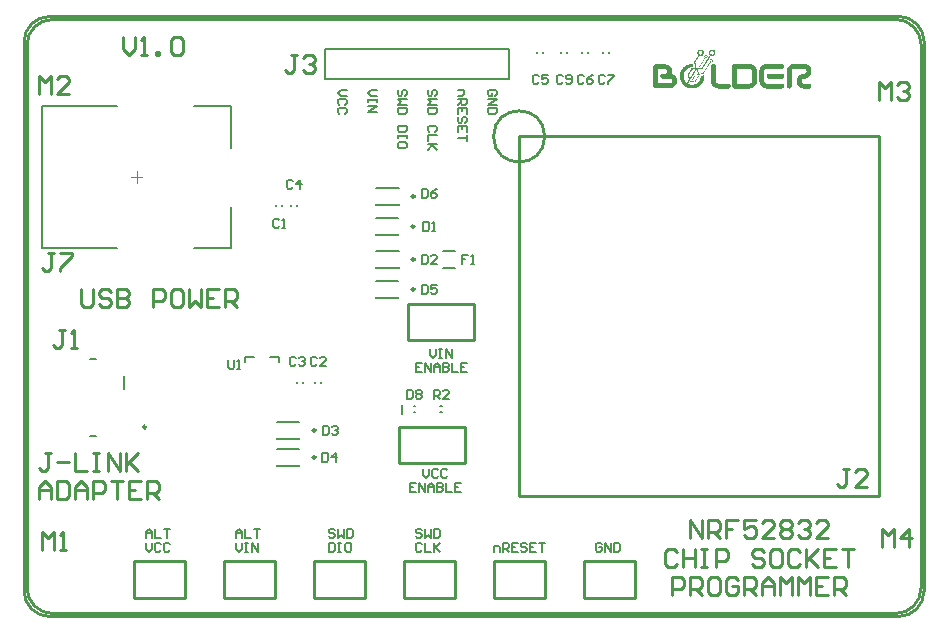
<source format=gto>
G04*
G04 #@! TF.GenerationSoftware,Altium Limited,Altium Designer,21.3.2 (30)*
G04*
G04 Layer_Color=65535*
%FSLAX24Y24*%
%MOIN*%
G70*
G04*
G04 #@! TF.SameCoordinates,FFBA0EC0-682D-4AE7-A023-BFB846BD403B*
G04*
G04*
G04 #@! TF.FilePolarity,Positive*
G04*
G01*
G75*
%ADD10C,0.0100*%
%ADD11C,0.0098*%
%ADD12C,0.0079*%
%ADD13C,0.0060*%
%ADD14C,0.0050*%
%ADD15C,0.0020*%
G36*
X31618Y28067D02*
X31626D01*
Y28064D01*
X31633D01*
Y28060D01*
X31640D01*
Y28056D01*
X31648D01*
Y28053D01*
X31655D01*
Y28049D01*
X31659D01*
Y28045D01*
X31666D01*
Y28042D01*
X31670D01*
Y28038D01*
X31673D01*
Y28034D01*
X31681D01*
Y28031D01*
X31684D01*
Y28027D01*
X31688D01*
Y28023D01*
X31692D01*
Y28020D01*
X31695D01*
Y28016D01*
X31699D01*
Y28012D01*
X31703D01*
Y28009D01*
X31706D01*
Y28005D01*
X31710D01*
Y28001D01*
X31714D01*
Y27994D01*
X31717D01*
Y27990D01*
X31721D01*
Y27983D01*
X31725D01*
Y27979D01*
X31728D01*
Y27972D01*
X31732D01*
Y27968D01*
X31736D01*
Y27961D01*
X31739D01*
Y27954D01*
X31743D01*
Y27946D01*
X31747D01*
Y27935D01*
X31750D01*
Y27924D01*
X31754D01*
Y27917D01*
X31758D01*
Y27899D01*
X31761D01*
Y27884D01*
X31765D01*
Y27815D01*
X31761D01*
Y27800D01*
X31758D01*
Y27782D01*
X31754D01*
Y27774D01*
X31750D01*
Y27763D01*
X31747D01*
Y27752D01*
X31743D01*
Y27749D01*
X31739D01*
Y27738D01*
X31736D01*
Y27734D01*
X31732D01*
Y27727D01*
X31728D01*
Y27719D01*
X31725D01*
Y27716D01*
X31721D01*
Y27712D01*
X31717D01*
Y27705D01*
X31714D01*
Y27701D01*
X31710D01*
Y27697D01*
X31706D01*
Y27694D01*
X31703D01*
Y27690D01*
X31699D01*
Y27686D01*
X31695D01*
Y27683D01*
X31692D01*
Y27679D01*
X31688D01*
Y27675D01*
X31684D01*
Y27672D01*
X31681D01*
Y27668D01*
X31677D01*
Y27665D01*
X31673D01*
Y27661D01*
X31666D01*
Y27657D01*
X31662D01*
Y27654D01*
X31659D01*
Y27650D01*
X31651D01*
Y27646D01*
X31644D01*
Y27643D01*
X31637D01*
Y27639D01*
X31629D01*
Y27635D01*
X31626D01*
Y27632D01*
X31615D01*
Y27628D01*
X31607D01*
Y27624D01*
X31593D01*
Y27621D01*
X31582D01*
Y27617D01*
X31563D01*
Y27613D01*
X31029D01*
Y27617D01*
X31018D01*
Y27621D01*
X31014D01*
Y27624D01*
X31007D01*
Y27628D01*
X31000D01*
Y27632D01*
X30996D01*
Y27635D01*
X30992D01*
Y27639D01*
X30989D01*
Y27643D01*
X30985D01*
Y27650D01*
X30981D01*
Y27654D01*
X30978D01*
Y27665D01*
X30974D01*
Y27675D01*
X30970D01*
Y28338D01*
X30974D01*
Y28353D01*
X30978D01*
Y28360D01*
X30981D01*
Y28364D01*
X30985D01*
Y28371D01*
X30989D01*
Y28375D01*
X30992D01*
Y28379D01*
X30996D01*
Y28382D01*
X31000D01*
Y28386D01*
X31007D01*
Y28390D01*
X31011D01*
Y28393D01*
X31018D01*
Y28397D01*
X31032D01*
Y28401D01*
X31402D01*
Y28397D01*
X31424D01*
Y28393D01*
X31439D01*
Y28390D01*
X31446D01*
Y28386D01*
X31457D01*
Y28382D01*
X31465D01*
Y28379D01*
X31476D01*
Y28375D01*
X31479D01*
Y28371D01*
X31487D01*
Y28368D01*
X31494D01*
Y28364D01*
X31498D01*
Y28360D01*
X31505D01*
Y28357D01*
X31509D01*
Y28353D01*
X31512D01*
Y28349D01*
X31520D01*
Y28346D01*
X31523D01*
Y28342D01*
X31527D01*
Y28338D01*
X31530D01*
Y28335D01*
X31534D01*
Y28331D01*
X31538D01*
Y28327D01*
X31541D01*
Y28324D01*
X31545D01*
Y28320D01*
X31549D01*
Y28316D01*
X31552D01*
Y28313D01*
X31556D01*
Y28305D01*
X31560D01*
Y28302D01*
X31563D01*
Y28294D01*
X31567D01*
Y28291D01*
X31571D01*
Y28283D01*
X31574D01*
Y28280D01*
X31578D01*
Y28272D01*
X31582D01*
Y28265D01*
X31585D01*
Y28258D01*
X31589D01*
Y28247D01*
X31593D01*
Y28236D01*
X31596D01*
Y28225D01*
X31600D01*
Y28206D01*
X31604D01*
Y28188D01*
X31607D01*
Y28141D01*
X31604D01*
Y28122D01*
X31600D01*
Y28104D01*
X31596D01*
Y28093D01*
X31593D01*
Y28078D01*
X31600D01*
Y28075D01*
X31607D01*
Y28071D01*
X31618D01*
Y28067D01*
D02*
G37*
G36*
X32940Y28895D02*
X32966D01*
Y28891D01*
X32977D01*
Y28888D01*
X32984D01*
Y28884D01*
X32992D01*
Y28880D01*
X32995D01*
Y28877D01*
X33003D01*
Y28873D01*
X33006D01*
Y28869D01*
X33010D01*
Y28866D01*
X33014D01*
Y28862D01*
X33017D01*
Y28858D01*
X33021D01*
Y28855D01*
X33024D01*
Y28851D01*
X33028D01*
Y28840D01*
X33032D01*
Y28836D01*
X33035D01*
Y28829D01*
X33039D01*
Y28814D01*
X33043D01*
Y28800D01*
X33046D01*
Y28781D01*
X33043D01*
Y28767D01*
X33039D01*
Y28752D01*
X33035D01*
Y28745D01*
X33032D01*
Y28737D01*
X33028D01*
Y28730D01*
X33024D01*
Y28726D01*
X33021D01*
Y28719D01*
X33017D01*
Y28715D01*
X33014D01*
Y28712D01*
X33010D01*
Y28708D01*
X33006D01*
Y28704D01*
X32999D01*
Y28701D01*
X32995D01*
Y28697D01*
X32988D01*
Y28693D01*
X32981D01*
Y28690D01*
X32977D01*
Y28686D01*
X32959D01*
Y28682D01*
X32911D01*
Y28686D01*
X32893D01*
Y28682D01*
X32889D01*
Y28675D01*
X32885D01*
Y28672D01*
X32882D01*
Y28668D01*
X32878D01*
Y28661D01*
X32874D01*
Y28653D01*
X32871D01*
Y28646D01*
X32867D01*
Y28642D01*
X32863D01*
Y28635D01*
X32860D01*
Y28631D01*
X32856D01*
Y28628D01*
X32852D01*
Y28620D01*
X32849D01*
Y28613D01*
X32845D01*
Y28606D01*
X32841D01*
Y28602D01*
X32838D01*
Y28598D01*
X32834D01*
Y28591D01*
X32830D01*
Y28584D01*
X32827D01*
Y28580D01*
X32823D01*
Y28573D01*
X32819D01*
Y28565D01*
X32816D01*
Y28562D01*
X32812D01*
Y28558D01*
X32808D01*
Y28551D01*
X32805D01*
Y28543D01*
X32801D01*
Y28536D01*
X32797D01*
Y28532D01*
X32794D01*
Y28529D01*
X32790D01*
Y28521D01*
X32786D01*
Y28514D01*
X32783D01*
Y28510D01*
X32779D01*
Y28503D01*
X32775D01*
Y28499D01*
X32772D01*
Y28492D01*
X32768D01*
Y28488D01*
X32765D01*
Y28481D01*
X32761D01*
Y28474D01*
X32757D01*
Y28466D01*
X32754D01*
Y28463D01*
X32750D01*
Y28459D01*
X32746D01*
Y28452D01*
X32743D01*
Y28448D01*
X32739D01*
Y28441D01*
X32735D01*
Y28433D01*
X32732D01*
Y28430D01*
X32728D01*
Y28423D01*
X32724D01*
Y28419D01*
X32721D01*
Y28412D01*
X32717D01*
Y28408D01*
X32713D01*
Y28401D01*
X32710D01*
Y28393D01*
X32706D01*
Y28390D01*
X32702D01*
Y28382D01*
X32699D01*
Y28379D01*
X32695D01*
Y28371D01*
X32691D01*
Y28364D01*
X32688D01*
Y28360D01*
X32684D01*
Y28353D01*
X32680D01*
Y28349D01*
X32677D01*
Y28342D01*
X32673D01*
Y28338D01*
X32669D01*
Y28331D01*
X32666D01*
Y28324D01*
X32662D01*
Y28320D01*
X32658D01*
Y28313D01*
X32655D01*
Y28309D01*
X32651D01*
Y28302D01*
X32647D01*
Y28298D01*
X32644D01*
Y28291D01*
X32640D01*
Y28283D01*
X32636D01*
Y28280D01*
X32633D01*
Y28272D01*
X32629D01*
Y28269D01*
X32625D01*
Y28261D01*
X32622D01*
Y28254D01*
X32618D01*
Y28250D01*
X32614D01*
Y28243D01*
X32611D01*
Y28239D01*
X32607D01*
Y28232D01*
X32472D01*
Y28228D01*
X32468D01*
Y28221D01*
X32464D01*
Y28217D01*
X32461D01*
Y28214D01*
X32457D01*
Y28195D01*
X32461D01*
Y28188D01*
X32464D01*
Y28177D01*
X32468D01*
Y28166D01*
X32472D01*
Y28159D01*
X32475D01*
Y28148D01*
X32479D01*
Y28141D01*
X32483D01*
Y28130D01*
X32486D01*
Y28119D01*
X32490D01*
Y28111D01*
X32494D01*
Y28100D01*
X32497D01*
Y28093D01*
X32501D01*
Y28086D01*
X32505D01*
Y28082D01*
X32516D01*
Y28086D01*
X32534D01*
Y28089D01*
X32545D01*
Y28093D01*
X32559D01*
Y28097D01*
X32578D01*
Y28100D01*
X32589D01*
Y28104D01*
X32611D01*
Y28108D01*
X32625D01*
Y28111D01*
X32633D01*
Y28115D01*
X32636D01*
Y28122D01*
X32640D01*
Y28126D01*
X32644D01*
Y28130D01*
X32647D01*
Y28137D01*
X32651D01*
Y28141D01*
X32655D01*
Y28152D01*
X32658D01*
Y28155D01*
X32662D01*
Y28163D01*
X32666D01*
Y28166D01*
X32669D01*
Y28170D01*
X32673D01*
Y28177D01*
X32677D01*
Y28184D01*
X32680D01*
Y28192D01*
X32684D01*
Y28195D01*
X32688D01*
Y28199D01*
X32691D01*
Y28206D01*
X32695D01*
Y28210D01*
X32699D01*
Y28217D01*
X32702D01*
Y28225D01*
X32706D01*
Y28232D01*
X32710D01*
Y28236D01*
X32713D01*
Y28239D01*
X32717D01*
Y28247D01*
X32721D01*
Y28254D01*
X32724D01*
Y28258D01*
X32728D01*
Y28265D01*
X32732D01*
Y28272D01*
X32735D01*
Y28276D01*
X32739D01*
Y28280D01*
X32743D01*
Y28287D01*
X32746D01*
Y28294D01*
X32750D01*
Y28298D01*
X32754D01*
Y28305D01*
X32757D01*
Y28309D01*
X32761D01*
Y28316D01*
X32765D01*
Y28324D01*
X32768D01*
Y28331D01*
X32772D01*
Y28335D01*
X32775D01*
Y28338D01*
X32779D01*
Y28346D01*
X32783D01*
Y28349D01*
X32786D01*
Y28360D01*
X32790D01*
Y28364D01*
X32794D01*
Y28368D01*
X32797D01*
Y28375D01*
X32801D01*
Y28379D01*
X32805D01*
Y28386D01*
X32808D01*
Y28390D01*
X32812D01*
Y28401D01*
X32816D01*
Y28404D01*
X32819D01*
Y28408D01*
X32823D01*
Y28415D01*
X32827D01*
Y28419D01*
X32830D01*
Y28426D01*
X32834D01*
Y28433D01*
X32838D01*
Y28437D01*
X32841D01*
Y28444D01*
X32845D01*
Y28448D01*
X32849D01*
Y28455D01*
X32852D01*
Y28459D01*
X32856D01*
Y28466D01*
X32860D01*
Y28474D01*
X32863D01*
Y28492D01*
X32860D01*
Y28496D01*
X32856D01*
Y28507D01*
X32852D01*
Y28532D01*
X32856D01*
Y28547D01*
X32860D01*
Y28551D01*
X32863D01*
Y28558D01*
X32867D01*
Y28562D01*
X32874D01*
Y28565D01*
X32878D01*
Y28569D01*
X32893D01*
Y28573D01*
X32915D01*
Y28569D01*
X32933D01*
Y28565D01*
X32937D01*
Y28562D01*
X32940D01*
Y28558D01*
X32944D01*
Y28554D01*
X32948D01*
Y28551D01*
X32951D01*
Y28540D01*
X32955D01*
Y28532D01*
X32959D01*
Y28507D01*
X32955D01*
Y28499D01*
X32951D01*
Y28492D01*
X32948D01*
Y28485D01*
X32940D01*
Y28477D01*
X32933D01*
Y28474D01*
X32926D01*
Y28470D01*
X32915D01*
Y28466D01*
X32896D01*
Y28470D01*
X32889D01*
Y28466D01*
X32882D01*
Y28463D01*
X32878D01*
Y28455D01*
X32874D01*
Y28452D01*
X32871D01*
Y28441D01*
X32867D01*
Y28437D01*
X32863D01*
Y28430D01*
X32860D01*
Y28426D01*
X32856D01*
Y28423D01*
X32852D01*
Y28415D01*
X32849D01*
Y28408D01*
X32845D01*
Y28404D01*
X32841D01*
Y28397D01*
X32838D01*
Y28390D01*
X32834D01*
Y28386D01*
X32830D01*
Y28382D01*
X32827D01*
Y28375D01*
X32823D01*
Y28368D01*
X32819D01*
Y28360D01*
X32816D01*
Y28357D01*
X32812D01*
Y28353D01*
X32808D01*
Y28346D01*
X32805D01*
Y28338D01*
X32801D01*
Y28335D01*
X32797D01*
Y28327D01*
X32794D01*
Y28324D01*
X32790D01*
Y28316D01*
X32786D01*
Y28313D01*
X32783D01*
Y28305D01*
X32779D01*
Y28298D01*
X32775D01*
Y28294D01*
X32772D01*
Y28287D01*
X32768D01*
Y28283D01*
X32765D01*
Y28276D01*
X32761D01*
Y28269D01*
X32757D01*
Y28265D01*
X32754D01*
Y28258D01*
X32750D01*
Y28254D01*
X32746D01*
Y28247D01*
X32743D01*
Y28243D01*
X32739D01*
Y28232D01*
X32735D01*
Y28228D01*
X32732D01*
Y28225D01*
X32728D01*
Y28217D01*
X32724D01*
Y28214D01*
X32721D01*
Y28206D01*
X32717D01*
Y28203D01*
X32713D01*
Y28195D01*
X32710D01*
Y28188D01*
X32706D01*
Y28184D01*
X32702D01*
Y28177D01*
X32699D01*
Y28173D01*
X32695D01*
Y28166D01*
X32691D01*
Y28159D01*
X32688D01*
Y28155D01*
X32684D01*
Y28148D01*
X32680D01*
Y28144D01*
X32677D01*
Y28137D01*
X32673D01*
Y28133D01*
X32669D01*
Y28126D01*
X32666D01*
Y28119D01*
X32662D01*
Y28115D01*
X32658D01*
Y28108D01*
X32655D01*
Y28104D01*
X32651D01*
Y28097D01*
X32647D01*
Y28093D01*
X32644D01*
Y28089D01*
X32618D01*
Y28086D01*
X32611D01*
Y28082D01*
X32589D01*
Y28078D01*
X32578D01*
Y28075D01*
X32559D01*
Y28071D01*
X32537D01*
Y28067D01*
X32527D01*
Y28064D01*
X32516D01*
Y28056D01*
X32512D01*
Y28053D01*
X32516D01*
Y28038D01*
X32512D01*
Y28031D01*
X32508D01*
Y28023D01*
X32505D01*
Y28020D01*
X32501D01*
Y28012D01*
X32497D01*
Y28009D01*
X32494D01*
Y28001D01*
X32490D01*
Y27994D01*
X32486D01*
Y27990D01*
X32483D01*
Y27983D01*
X32479D01*
Y27979D01*
X32475D01*
Y27972D01*
X32472D01*
Y27965D01*
X32468D01*
Y27961D01*
X32464D01*
Y27954D01*
X32461D01*
Y27950D01*
X32457D01*
Y27943D01*
X32453D01*
Y27939D01*
X32450D01*
Y27932D01*
X32446D01*
Y27924D01*
X32442D01*
Y27921D01*
X32439D01*
Y27914D01*
X32435D01*
Y27910D01*
X32431D01*
Y27903D01*
X32428D01*
Y27895D01*
X32424D01*
Y27892D01*
X32420D01*
Y27884D01*
X32417D01*
Y27881D01*
X32413D01*
Y27873D01*
X32409D01*
Y27870D01*
X32406D01*
Y27862D01*
X32402D01*
Y27855D01*
X32398D01*
Y27851D01*
X32395D01*
Y27844D01*
X32391D01*
Y27840D01*
X32387D01*
Y27833D01*
X32384D01*
Y27829D01*
X32380D01*
Y27822D01*
X32376D01*
Y27815D01*
X32373D01*
Y27811D01*
X32369D01*
Y27804D01*
X32354D01*
Y27807D01*
X32329D01*
Y27811D01*
X32310D01*
Y27815D01*
X32285D01*
Y27818D01*
X32252D01*
Y27822D01*
X32234D01*
Y27826D01*
X32201D01*
Y27829D01*
X32186D01*
Y27833D01*
X32171D01*
Y27829D01*
X32168D01*
Y27826D01*
X32164D01*
Y27822D01*
X32160D01*
Y27815D01*
X32157D01*
Y27807D01*
X32153D01*
Y27804D01*
X32149D01*
Y27796D01*
X32146D01*
Y27793D01*
X32142D01*
Y27785D01*
X32138D01*
Y27778D01*
X32135D01*
Y27774D01*
X32131D01*
Y27767D01*
X32127D01*
Y27760D01*
X32131D01*
Y27756D01*
X32135D01*
Y27752D01*
X32146D01*
Y27749D01*
X32149D01*
Y27745D01*
X32160D01*
Y27741D01*
X32168D01*
Y27738D01*
X32179D01*
Y27734D01*
X32193D01*
Y27730D01*
X32201D01*
Y27727D01*
X32230D01*
Y27723D01*
X32307D01*
Y27727D01*
X32336D01*
Y27730D01*
X32343D01*
Y27734D01*
X32358D01*
Y27738D01*
X32369D01*
Y27741D01*
X32376D01*
Y27745D01*
X32387D01*
Y27749D01*
X32391D01*
Y27752D01*
X32402D01*
Y27756D01*
X32406D01*
Y27760D01*
X32413D01*
Y27763D01*
X32420D01*
Y27767D01*
X32424D01*
Y27771D01*
X32431D01*
Y27774D01*
X32435D01*
Y27778D01*
X32442D01*
Y27782D01*
X32446D01*
Y27785D01*
X32450D01*
Y27789D01*
X32453D01*
Y27793D01*
X32457D01*
Y27796D01*
X32464D01*
Y27800D01*
X32468D01*
Y27804D01*
X32472D01*
Y27807D01*
X32475D01*
Y27811D01*
X32479D01*
Y27815D01*
X32483D01*
Y27818D01*
X32486D01*
Y27826D01*
X32490D01*
Y27829D01*
X32494D01*
Y27833D01*
X32497D01*
Y27840D01*
X32501D01*
Y27844D01*
X32505D01*
Y27848D01*
X32508D01*
Y27855D01*
X32512D01*
Y27859D01*
X32516D01*
Y27866D01*
X32519D01*
Y27870D01*
X32523D01*
Y27881D01*
X32527D01*
Y27884D01*
X32530D01*
Y27895D01*
X32534D01*
Y27903D01*
X32537D01*
Y27910D01*
X32541D01*
Y27924D01*
X32545D01*
Y27932D01*
X32548D01*
Y27950D01*
X32552D01*
Y27972D01*
X32556D01*
Y27998D01*
X32559D01*
Y28005D01*
X32563D01*
Y28009D01*
X32567D01*
Y28016D01*
X32585D01*
Y28020D01*
X32592D01*
Y28023D01*
X32614D01*
Y28027D01*
X32629D01*
Y28031D01*
X32644D01*
Y28034D01*
X32666D01*
Y28038D01*
X32669D01*
Y28042D01*
X32677D01*
Y27946D01*
X32673D01*
Y27932D01*
X32669D01*
Y27910D01*
X32666D01*
Y27895D01*
X32662D01*
Y27884D01*
X32658D01*
Y27870D01*
X32655D01*
Y27866D01*
X32651D01*
Y27851D01*
X32647D01*
Y27848D01*
X32644D01*
Y27837D01*
X32640D01*
Y27829D01*
X32636D01*
Y27822D01*
X32633D01*
Y27815D01*
X32629D01*
Y27811D01*
X32625D01*
Y27800D01*
X32622D01*
Y27796D01*
X32618D01*
Y27789D01*
X32614D01*
Y27782D01*
X32611D01*
Y27778D01*
X32607D01*
Y27771D01*
X32603D01*
Y27767D01*
X32600D01*
Y27763D01*
X32596D01*
Y27760D01*
X32592D01*
Y27752D01*
X32589D01*
Y27749D01*
X32585D01*
Y27745D01*
X32581D01*
Y27741D01*
X32578D01*
Y27738D01*
X32574D01*
Y27730D01*
X32570D01*
Y27727D01*
X32567D01*
Y27723D01*
X32563D01*
Y27719D01*
X32556D01*
Y27712D01*
X32552D01*
Y27708D01*
X32548D01*
Y27705D01*
X32541D01*
Y27701D01*
X32537D01*
Y27697D01*
X32534D01*
Y27694D01*
X32530D01*
Y27690D01*
X32527D01*
Y27686D01*
X32519D01*
Y27683D01*
X32516D01*
Y27679D01*
X32512D01*
Y27675D01*
X32505D01*
Y27672D01*
X32501D01*
Y27668D01*
X32494D01*
Y27665D01*
X32490D01*
Y27661D01*
X32483D01*
Y27657D01*
X32479D01*
Y27654D01*
X32472D01*
Y27650D01*
X32464D01*
Y27646D01*
X32457D01*
Y27643D01*
X32450D01*
Y27639D01*
X32442D01*
Y27635D01*
X32431D01*
Y27632D01*
X32424D01*
Y27628D01*
X32417D01*
Y27624D01*
X32406D01*
Y27621D01*
X32398D01*
Y27617D01*
X32380D01*
Y27613D01*
X32369D01*
Y27610D01*
X32354D01*
Y27606D01*
X32329D01*
Y27602D01*
X32310D01*
Y27599D01*
X32226D01*
Y27602D01*
X32208D01*
Y27606D01*
X32182D01*
Y27610D01*
X32168D01*
Y27613D01*
X32157D01*
Y27617D01*
X32138D01*
Y27621D01*
X32131D01*
Y27624D01*
X32120D01*
Y27628D01*
X32113D01*
Y27632D01*
X32105D01*
Y27635D01*
X32094D01*
Y27639D01*
X32087D01*
Y27643D01*
X32076D01*
Y27646D01*
X32072D01*
Y27650D01*
X32065D01*
Y27654D01*
X32058D01*
Y27657D01*
X32054D01*
Y27661D01*
X32047D01*
Y27665D01*
X32043D01*
Y27668D01*
X32036D01*
Y27672D01*
X32032D01*
Y27675D01*
X32025D01*
Y27679D01*
X32021D01*
Y27683D01*
X32018D01*
Y27686D01*
X32010D01*
Y27690D01*
X32007D01*
Y27694D01*
X32003D01*
Y27697D01*
X31996D01*
Y27705D01*
X31988D01*
Y27708D01*
X31985D01*
Y27712D01*
X31981D01*
Y27716D01*
X31977D01*
Y27719D01*
X31974D01*
Y27723D01*
X31970D01*
Y27727D01*
X31966D01*
Y27730D01*
X31963D01*
Y27734D01*
X31959D01*
Y27741D01*
X31955D01*
Y27745D01*
X31952D01*
Y27749D01*
X31948D01*
Y27752D01*
X31944D01*
Y27756D01*
X31941D01*
Y27763D01*
X31937D01*
Y27767D01*
X31933D01*
Y27774D01*
X31930D01*
Y27778D01*
X31926D01*
Y27785D01*
X31922D01*
Y27789D01*
X31919D01*
Y27793D01*
X31915D01*
Y27800D01*
X31911D01*
Y27807D01*
X31908D01*
Y27815D01*
X31904D01*
Y27822D01*
X31900D01*
Y27829D01*
X31897D01*
Y27837D01*
X31893D01*
Y27844D01*
X31889D01*
Y27855D01*
X31886D01*
Y27862D01*
X31882D01*
Y27873D01*
X31878D01*
Y27884D01*
X31875D01*
Y27895D01*
X31871D01*
Y27910D01*
X31867D01*
Y27921D01*
X31864D01*
Y27950D01*
X31860D01*
Y27976D01*
X31856D01*
Y28042D01*
X31860D01*
Y28064D01*
X31864D01*
Y28097D01*
X31867D01*
Y28104D01*
X31871D01*
Y28122D01*
X31875D01*
Y28130D01*
X31878D01*
Y28141D01*
X31882D01*
Y28155D01*
X31886D01*
Y28159D01*
X31889D01*
Y28173D01*
X31893D01*
Y28177D01*
X31897D01*
Y28184D01*
X31900D01*
Y28195D01*
X31904D01*
Y28199D01*
X31908D01*
Y28206D01*
X31911D01*
Y28214D01*
X31915D01*
Y28221D01*
X31919D01*
Y28225D01*
X31922D01*
Y28228D01*
X31926D01*
Y28236D01*
X31930D01*
Y28239D01*
X31933D01*
Y28247D01*
X31937D01*
Y28250D01*
X31941D01*
Y28258D01*
X31944D01*
Y28261D01*
X31948D01*
Y28265D01*
X31952D01*
Y28269D01*
X31955D01*
Y28272D01*
X31959D01*
Y28280D01*
X31963D01*
Y28283D01*
X31966D01*
Y28287D01*
X31970D01*
Y28291D01*
X31974D01*
Y28294D01*
X31977D01*
Y28298D01*
X31981D01*
Y28302D01*
X31985D01*
Y28305D01*
X31988D01*
Y28309D01*
X31992D01*
Y28313D01*
X31999D01*
Y28316D01*
X32003D01*
Y28320D01*
X32007D01*
Y28324D01*
X32010D01*
Y28327D01*
X32014D01*
Y28331D01*
X32021D01*
Y28335D01*
X32025D01*
Y28338D01*
X32032D01*
Y28342D01*
X32036D01*
Y28346D01*
X32039D01*
Y28349D01*
X32047D01*
Y28353D01*
X32054D01*
Y28357D01*
X32058D01*
Y28360D01*
X32065D01*
Y28364D01*
X32072D01*
Y28368D01*
X32080D01*
Y28371D01*
X32087D01*
Y28375D01*
X32094D01*
Y28379D01*
X32102D01*
Y28382D01*
X32113D01*
Y28386D01*
X32124D01*
Y28390D01*
X32131D01*
Y28393D01*
X32146D01*
Y28397D01*
X32153D01*
Y28401D01*
X32168D01*
Y28404D01*
X32182D01*
Y28408D01*
X32204D01*
Y28412D01*
X32256D01*
Y28415D01*
X32281D01*
Y28412D01*
X32288D01*
Y28401D01*
X32292D01*
Y28379D01*
X32296D01*
Y28371D01*
X32299D01*
Y28349D01*
X32303D01*
Y28338D01*
X32307D01*
Y28331D01*
X32303D01*
Y28327D01*
X32234D01*
Y28324D01*
X32226D01*
Y28320D01*
X32219D01*
Y28316D01*
X32215D01*
Y28313D01*
X32212D01*
Y28309D01*
X32208D01*
Y28305D01*
X32204D01*
Y28302D01*
X32201D01*
Y28294D01*
X32197D01*
Y28291D01*
X32193D01*
Y28283D01*
X32190D01*
Y28280D01*
X32182D01*
Y28276D01*
X32168D01*
Y28272D01*
X32157D01*
Y28269D01*
X32153D01*
Y28265D01*
X32142D01*
Y28261D01*
X32138D01*
Y28258D01*
X32127D01*
Y28254D01*
X32124D01*
Y28250D01*
X32116D01*
Y28247D01*
X32109D01*
Y28243D01*
X32105D01*
Y28239D01*
X32098D01*
Y28236D01*
X32094D01*
Y28232D01*
X32091D01*
Y28228D01*
X32087D01*
Y28225D01*
X32083D01*
Y28221D01*
X32076D01*
Y28217D01*
X32072D01*
Y28214D01*
X32069D01*
Y28210D01*
X32065D01*
Y28206D01*
X32061D01*
Y28203D01*
X32058D01*
Y28199D01*
X32054D01*
Y28195D01*
X32050D01*
Y28192D01*
X32047D01*
Y28184D01*
X32043D01*
Y28181D01*
X32039D01*
Y28177D01*
X32036D01*
Y28170D01*
X32032D01*
Y28166D01*
X32028D01*
Y28159D01*
X32025D01*
Y28155D01*
X32021D01*
Y28152D01*
X32018D01*
Y28141D01*
X32014D01*
Y28137D01*
X32010D01*
Y28126D01*
X32007D01*
Y28122D01*
X32003D01*
Y28111D01*
X31999D01*
Y28100D01*
X31996D01*
Y28093D01*
X31992D01*
Y28075D01*
X31988D01*
Y28067D01*
X31985D01*
Y28034D01*
X31981D01*
Y27979D01*
X31985D01*
Y27950D01*
X31988D01*
Y27939D01*
X31992D01*
Y27921D01*
X31996D01*
Y27914D01*
X31999D01*
Y27903D01*
X32003D01*
Y27892D01*
X32007D01*
Y27888D01*
X32010D01*
Y27877D01*
X32014D01*
Y27873D01*
X32018D01*
Y27866D01*
X32021D01*
Y27859D01*
X32025D01*
Y27855D01*
X32028D01*
Y27848D01*
X32032D01*
Y27844D01*
X32036D01*
Y27837D01*
X32039D01*
Y27833D01*
X32043D01*
Y27829D01*
X32047D01*
Y27826D01*
X32050D01*
Y27822D01*
X32054D01*
Y27815D01*
X32058D01*
Y27811D01*
X32061D01*
Y27807D01*
X32065D01*
Y27804D01*
X32069D01*
Y27800D01*
X32072D01*
Y27796D01*
X32080D01*
Y27789D01*
X32094D01*
Y27793D01*
X32098D01*
Y27796D01*
X32102D01*
Y27804D01*
X32105D01*
Y27807D01*
X32109D01*
Y27815D01*
X32113D01*
Y27822D01*
X32116D01*
Y27826D01*
X32120D01*
Y27833D01*
X32124D01*
Y27837D01*
X32127D01*
Y27844D01*
X32131D01*
Y27848D01*
X32135D01*
Y27855D01*
X32138D01*
Y27862D01*
X32142D01*
Y27866D01*
X32146D01*
Y27873D01*
X32149D01*
Y27877D01*
X32153D01*
Y27884D01*
X32157D01*
Y27888D01*
X32160D01*
Y27906D01*
X32157D01*
Y27914D01*
X32153D01*
Y27935D01*
X32149D01*
Y27943D01*
X32146D01*
Y27968D01*
X32142D01*
Y27979D01*
X32138D01*
Y27998D01*
X32135D01*
Y28016D01*
X32131D01*
Y28023D01*
X32127D01*
Y28049D01*
X32124D01*
Y28056D01*
X32120D01*
Y28067D01*
X32124D01*
Y28071D01*
X32127D01*
Y28078D01*
X32131D01*
Y28082D01*
X32135D01*
Y28089D01*
X32138D01*
Y28097D01*
X32142D01*
Y28100D01*
X32146D01*
Y28108D01*
X32149D01*
Y28111D01*
X32153D01*
Y28119D01*
X32157D01*
Y28126D01*
X32160D01*
Y28130D01*
X32164D01*
Y28137D01*
X32168D01*
Y28141D01*
X32171D01*
Y28148D01*
X32175D01*
Y28152D01*
X32179D01*
Y28159D01*
X32182D01*
Y28166D01*
X32186D01*
Y28170D01*
X32190D01*
Y28177D01*
X32193D01*
Y28181D01*
X32197D01*
Y28188D01*
X32201D01*
Y28195D01*
X32204D01*
Y28199D01*
X32208D01*
Y28206D01*
X32212D01*
Y28210D01*
X32215D01*
Y28217D01*
X32219D01*
Y28221D01*
X32223D01*
Y28228D01*
X32226D01*
Y28236D01*
X32230D01*
Y28239D01*
X32234D01*
Y28247D01*
X32237D01*
Y28250D01*
X32241D01*
Y28258D01*
X32245D01*
Y28265D01*
X32248D01*
Y28269D01*
X32256D01*
Y28272D01*
X32259D01*
Y28269D01*
X32354D01*
Y28272D01*
X32362D01*
Y28269D01*
X32365D01*
Y28272D01*
X32376D01*
Y28291D01*
X32373D01*
Y28309D01*
X32369D01*
Y28324D01*
X32365D01*
Y28346D01*
X32362D01*
Y28357D01*
X32358D01*
Y28368D01*
X32354D01*
Y28390D01*
X32351D01*
Y28401D01*
X32347D01*
Y28423D01*
X32343D01*
Y28437D01*
X32340D01*
Y28452D01*
X32336D01*
Y28470D01*
X32332D01*
Y28481D01*
X32336D01*
Y28488D01*
X32340D01*
Y28492D01*
X32343D01*
Y28499D01*
X32347D01*
Y28507D01*
X32351D01*
Y28510D01*
X32354D01*
Y28518D01*
X32358D01*
Y28521D01*
X32362D01*
Y28529D01*
X32365D01*
Y28536D01*
X32369D01*
Y28540D01*
X32373D01*
Y28547D01*
X32376D01*
Y28551D01*
X32380D01*
Y28558D01*
X32384D01*
Y28562D01*
X32387D01*
Y28569D01*
X32391D01*
Y28576D01*
X32395D01*
Y28580D01*
X32398D01*
Y28587D01*
X32402D01*
Y28591D01*
X32406D01*
Y28598D01*
X32409D01*
Y28606D01*
X32413D01*
Y28609D01*
X32417D01*
Y28617D01*
X32420D01*
Y28620D01*
X32424D01*
Y28628D01*
X32428D01*
Y28631D01*
X32431D01*
Y28639D01*
X32435D01*
Y28646D01*
X32439D01*
Y28650D01*
X32442D01*
Y28657D01*
X32446D01*
Y28661D01*
X32450D01*
Y28664D01*
X32453D01*
Y28675D01*
X32457D01*
Y28679D01*
X32461D01*
Y28686D01*
X32464D01*
Y28690D01*
X32468D01*
Y28693D01*
X32472D01*
Y28712D01*
X32468D01*
Y28715D01*
X32464D01*
Y28719D01*
X32461D01*
Y28726D01*
X32457D01*
Y28730D01*
X32453D01*
Y28741D01*
X32450D01*
Y28748D01*
X32446D01*
Y28759D01*
X32442D01*
Y28814D01*
X32446D01*
Y28822D01*
X32450D01*
Y28833D01*
X32453D01*
Y28840D01*
X32457D01*
Y28844D01*
X32461D01*
Y28851D01*
X32464D01*
Y28855D01*
X32468D01*
Y28858D01*
X32472D01*
Y28862D01*
X32475D01*
Y28866D01*
X32479D01*
Y28869D01*
X32483D01*
Y28873D01*
X32486D01*
Y28877D01*
X32494D01*
Y28880D01*
X32497D01*
Y28884D01*
X32512D01*
Y28888D01*
X32516D01*
Y28891D01*
X32541D01*
Y28895D01*
X32563D01*
Y28891D01*
X32585D01*
Y28888D01*
X32592D01*
Y28884D01*
X32603D01*
Y28880D01*
X32607D01*
Y28877D01*
X32614D01*
Y28873D01*
X32618D01*
Y28869D01*
X32622D01*
Y28866D01*
X32625D01*
Y28862D01*
X32629D01*
Y28858D01*
X32633D01*
Y28855D01*
X32636D01*
Y28851D01*
X32640D01*
Y28844D01*
X32644D01*
Y28840D01*
X32647D01*
Y28833D01*
X32651D01*
Y28822D01*
X32655D01*
Y28814D01*
X32658D01*
Y28756D01*
X32655D01*
Y28748D01*
X32651D01*
Y28737D01*
X32647D01*
Y28734D01*
X32644D01*
Y28726D01*
X32640D01*
Y28719D01*
X32636D01*
Y28715D01*
X32633D01*
Y28712D01*
X32629D01*
Y28708D01*
X32625D01*
Y28704D01*
X32622D01*
Y28701D01*
X32618D01*
Y28697D01*
X32611D01*
Y28693D01*
X32607D01*
Y28690D01*
X32600D01*
Y28686D01*
X32589D01*
Y28682D01*
X32581D01*
Y28679D01*
X32523D01*
Y28682D01*
X32512D01*
Y28679D01*
X32505D01*
Y28672D01*
X32501D01*
Y28664D01*
X32497D01*
Y28661D01*
X32494D01*
Y28657D01*
X32490D01*
Y28650D01*
X32486D01*
Y28642D01*
X32483D01*
Y28635D01*
X32479D01*
Y28631D01*
X32475D01*
Y28624D01*
X32472D01*
Y28620D01*
X32468D01*
Y28613D01*
X32464D01*
Y28609D01*
X32461D01*
Y28602D01*
X32457D01*
Y28595D01*
X32453D01*
Y28591D01*
X32450D01*
Y28584D01*
X32446D01*
Y28580D01*
X32442D01*
Y28573D01*
X32439D01*
Y28569D01*
X32435D01*
Y28562D01*
X32431D01*
Y28554D01*
X32428D01*
Y28551D01*
X32424D01*
Y28547D01*
X32420D01*
Y28540D01*
X32417D01*
Y28536D01*
X32413D01*
Y28529D01*
X32409D01*
Y28521D01*
X32406D01*
Y28514D01*
X32402D01*
Y28510D01*
X32398D01*
Y28503D01*
X32395D01*
Y28499D01*
X32391D01*
Y28496D01*
X32387D01*
Y28488D01*
X32384D01*
Y28481D01*
X32380D01*
Y28474D01*
X32376D01*
Y28452D01*
X32380D01*
Y28437D01*
X32384D01*
Y28423D01*
X32387D01*
Y28401D01*
X32391D01*
Y28390D01*
X32395D01*
Y28371D01*
X32398D01*
Y28360D01*
X32402D01*
Y28346D01*
X32406D01*
Y28324D01*
X32409D01*
Y28309D01*
X32413D01*
Y28291D01*
X32417D01*
Y28280D01*
X32420D01*
Y28272D01*
X32472D01*
Y28276D01*
X32475D01*
Y28280D01*
X32479D01*
Y28287D01*
X32483D01*
Y28291D01*
X32486D01*
Y28298D01*
X32490D01*
Y28305D01*
X32494D01*
Y28309D01*
X32497D01*
Y28316D01*
X32501D01*
Y28320D01*
X32505D01*
Y28327D01*
X32508D01*
Y28335D01*
X32512D01*
Y28338D01*
X32516D01*
Y28346D01*
X32519D01*
Y28349D01*
X32523D01*
Y28357D01*
X32527D01*
Y28360D01*
X32530D01*
Y28368D01*
X32534D01*
Y28375D01*
X32537D01*
Y28379D01*
X32541D01*
Y28386D01*
X32545D01*
Y28390D01*
X32548D01*
Y28397D01*
X32552D01*
Y28404D01*
X32556D01*
Y28408D01*
X32559D01*
Y28415D01*
X32563D01*
Y28419D01*
X32567D01*
Y28426D01*
X32570D01*
Y28430D01*
X32574D01*
Y28437D01*
X32578D01*
Y28444D01*
X32581D01*
Y28448D01*
X32585D01*
Y28455D01*
X32589D01*
Y28459D01*
X32592D01*
Y28466D01*
X32596D01*
Y28470D01*
X32600D01*
Y28477D01*
X32603D01*
Y28485D01*
X32607D01*
Y28488D01*
X32611D01*
Y28496D01*
X32614D01*
Y28499D01*
X32618D01*
Y28507D01*
X32622D01*
Y28510D01*
X32625D01*
Y28518D01*
X32629D01*
Y28525D01*
X32633D01*
Y28529D01*
X32636D01*
Y28536D01*
X32640D01*
Y28543D01*
X32644D01*
Y28547D01*
X32647D01*
Y28554D01*
X32651D01*
Y28558D01*
X32655D01*
Y28565D01*
X32658D01*
Y28569D01*
X32662D01*
Y28576D01*
X32666D01*
Y28584D01*
X32669D01*
Y28587D01*
X32673D01*
Y28595D01*
X32677D01*
Y28598D01*
X32680D01*
Y28606D01*
X32684D01*
Y28609D01*
X32688D01*
Y28617D01*
X32691D01*
Y28624D01*
X32688D01*
Y28631D01*
X32684D01*
Y28635D01*
X32680D01*
Y28646D01*
X32677D01*
Y28679D01*
X32680D01*
Y28690D01*
X32684D01*
Y28693D01*
X32688D01*
Y28701D01*
X32691D01*
Y28704D01*
X32695D01*
Y28708D01*
X32702D01*
Y28712D01*
X32713D01*
Y28715D01*
X32746D01*
Y28712D01*
X32754D01*
Y28708D01*
X32761D01*
Y28704D01*
X32765D01*
Y28701D01*
X32768D01*
Y28697D01*
X32772D01*
Y28690D01*
X32775D01*
Y28682D01*
X32779D01*
Y28675D01*
X32783D01*
Y28653D01*
X32779D01*
Y28642D01*
X32775D01*
Y28635D01*
X32772D01*
Y28631D01*
X32768D01*
Y28628D01*
X32765D01*
Y28624D01*
X32761D01*
Y28620D01*
X32757D01*
Y28617D01*
X32750D01*
Y28613D01*
X32743D01*
Y28609D01*
X32710D01*
Y28606D01*
X32706D01*
Y28598D01*
X32702D01*
Y28595D01*
X32699D01*
Y28587D01*
X32695D01*
Y28580D01*
X32691D01*
Y28576D01*
X32688D01*
Y28569D01*
X32684D01*
Y28565D01*
X32680D01*
Y28558D01*
X32677D01*
Y28551D01*
X32673D01*
Y28547D01*
X32669D01*
Y28540D01*
X32666D01*
Y28536D01*
X32662D01*
Y28529D01*
X32658D01*
Y28521D01*
X32655D01*
Y28518D01*
X32651D01*
Y28510D01*
X32647D01*
Y28507D01*
X32644D01*
Y28499D01*
X32640D01*
Y28496D01*
X32636D01*
Y28488D01*
X32633D01*
Y28481D01*
X32629D01*
Y28477D01*
X32625D01*
Y28470D01*
X32622D01*
Y28466D01*
X32618D01*
Y28459D01*
X32614D01*
Y28455D01*
X32611D01*
Y28448D01*
X32607D01*
Y28441D01*
X32603D01*
Y28437D01*
X32600D01*
Y28430D01*
X32596D01*
Y28426D01*
X32592D01*
Y28419D01*
X32589D01*
Y28412D01*
X32585D01*
Y28408D01*
X32581D01*
Y28401D01*
X32578D01*
Y28397D01*
X32574D01*
Y28390D01*
X32570D01*
Y28386D01*
X32567D01*
Y28379D01*
X32563D01*
Y28371D01*
X32559D01*
Y28368D01*
X32556D01*
Y28360D01*
X32552D01*
Y28357D01*
X32548D01*
Y28349D01*
X32545D01*
Y28342D01*
X32541D01*
Y28338D01*
X32537D01*
Y28331D01*
X32534D01*
Y28327D01*
X32530D01*
Y28320D01*
X32527D01*
Y28316D01*
X32523D01*
Y28313D01*
X32519D01*
Y28305D01*
X32516D01*
Y28298D01*
X32512D01*
Y28294D01*
X32508D01*
Y28287D01*
X32505D01*
Y28280D01*
X32501D01*
Y28276D01*
X32505D01*
Y28272D01*
X32581D01*
Y28276D01*
X32585D01*
Y28280D01*
X32589D01*
Y28283D01*
X32592D01*
Y28291D01*
X32596D01*
Y28294D01*
X32600D01*
Y28302D01*
X32603D01*
Y28309D01*
X32607D01*
Y28313D01*
X32611D01*
Y28320D01*
X32614D01*
Y28324D01*
X32618D01*
Y28331D01*
X32622D01*
Y28335D01*
X32625D01*
Y28342D01*
X32629D01*
Y28349D01*
X32633D01*
Y28353D01*
X32636D01*
Y28360D01*
X32640D01*
Y28364D01*
X32644D01*
Y28371D01*
X32647D01*
Y28379D01*
X32651D01*
Y28382D01*
X32655D01*
Y28390D01*
X32658D01*
Y28393D01*
X32662D01*
Y28401D01*
X32666D01*
Y28404D01*
X32669D01*
Y28412D01*
X32673D01*
Y28419D01*
X32677D01*
Y28423D01*
X32680D01*
Y28430D01*
X32684D01*
Y28433D01*
X32688D01*
Y28441D01*
X32691D01*
Y28448D01*
X32695D01*
Y28452D01*
X32699D01*
Y28459D01*
X32702D01*
Y28463D01*
X32706D01*
Y28470D01*
X32710D01*
Y28474D01*
X32713D01*
Y28481D01*
X32717D01*
Y28488D01*
X32721D01*
Y28492D01*
X32724D01*
Y28499D01*
X32728D01*
Y28503D01*
X32732D01*
Y28510D01*
X32735D01*
Y28518D01*
X32739D01*
Y28521D01*
X32743D01*
Y28529D01*
X32746D01*
Y28532D01*
X32750D01*
Y28540D01*
X32754D01*
Y28543D01*
X32757D01*
Y28551D01*
X32761D01*
Y28558D01*
X32765D01*
Y28562D01*
X32768D01*
Y28569D01*
X32772D01*
Y28573D01*
X32775D01*
Y28580D01*
X32779D01*
Y28584D01*
X32783D01*
Y28591D01*
X32786D01*
Y28598D01*
X32790D01*
Y28602D01*
X32794D01*
Y28609D01*
X32797D01*
Y28613D01*
X32801D01*
Y28620D01*
X32805D01*
Y28628D01*
X32808D01*
Y28631D01*
X32812D01*
Y28639D01*
X32816D01*
Y28642D01*
X32819D01*
Y28650D01*
X32823D01*
Y28653D01*
X32827D01*
Y28661D01*
X32830D01*
Y28668D01*
X32834D01*
Y28672D01*
X32838D01*
Y28679D01*
X32841D01*
Y28682D01*
X32845D01*
Y28690D01*
X32849D01*
Y28697D01*
X32852D01*
Y28701D01*
X32856D01*
Y28715D01*
X32852D01*
Y28719D01*
X32849D01*
Y28723D01*
X32845D01*
Y28726D01*
X32841D01*
Y28734D01*
X32838D01*
Y28741D01*
X32834D01*
Y28748D01*
X32830D01*
Y28767D01*
X32827D01*
Y28811D01*
X32830D01*
Y28829D01*
X32834D01*
Y28836D01*
X32838D01*
Y28844D01*
X32841D01*
Y28851D01*
X32845D01*
Y28855D01*
X32849D01*
Y28862D01*
X32856D01*
Y28866D01*
X32860D01*
Y28869D01*
X32863D01*
Y28873D01*
X32867D01*
Y28877D01*
X32871D01*
Y28880D01*
X32874D01*
Y28884D01*
X32885D01*
Y28888D01*
X32889D01*
Y28891D01*
X32900D01*
Y28895D01*
X32926D01*
Y28899D01*
X32940D01*
Y28895D01*
D02*
G37*
G36*
X32992Y28415D02*
X33006D01*
Y28412D01*
X33017D01*
Y28408D01*
X33021D01*
Y28404D01*
X33028D01*
Y28401D01*
X33032D01*
Y28397D01*
X33035D01*
Y28393D01*
X33039D01*
Y28390D01*
X33043D01*
Y28386D01*
X33046D01*
Y28379D01*
X33050D01*
Y28375D01*
X33054D01*
Y28364D01*
X33057D01*
Y28331D01*
X33061D01*
Y27844D01*
X33057D01*
Y27840D01*
X33061D01*
Y27822D01*
X33065D01*
Y27811D01*
X33068D01*
Y27804D01*
X33072D01*
Y27800D01*
X33076D01*
Y27793D01*
X33079D01*
Y27789D01*
X33083D01*
Y27785D01*
X33087D01*
Y27782D01*
X33090D01*
Y27778D01*
X33098D01*
Y27774D01*
X33101D01*
Y27771D01*
X33109D01*
Y27767D01*
X33116D01*
Y27763D01*
X33131D01*
Y27760D01*
X33497D01*
Y27756D01*
X33508D01*
Y27752D01*
X33515D01*
Y27749D01*
X33523D01*
Y27745D01*
X33530D01*
Y27738D01*
X33537D01*
Y27730D01*
X33541D01*
Y27727D01*
X33544D01*
Y27719D01*
X33548D01*
Y27712D01*
X33552D01*
Y27701D01*
X33555D01*
Y27654D01*
X33552D01*
Y27646D01*
X33548D01*
Y27635D01*
X33544D01*
Y27632D01*
X33541D01*
Y27624D01*
X33537D01*
Y27621D01*
X33533D01*
Y27617D01*
X33530D01*
Y27613D01*
X33526D01*
Y27610D01*
X33523D01*
Y27606D01*
X33512D01*
Y27602D01*
X33504D01*
Y27599D01*
X33490D01*
Y27595D01*
X33123D01*
Y27599D01*
X33094D01*
Y27602D01*
X33079D01*
Y27606D01*
X33065D01*
Y27610D01*
X33057D01*
Y27613D01*
X33046D01*
Y27617D01*
X33039D01*
Y27621D01*
X33032D01*
Y27624D01*
X33024D01*
Y27628D01*
X33017D01*
Y27632D01*
X33010D01*
Y27635D01*
X33006D01*
Y27639D01*
X33003D01*
Y27643D01*
X32995D01*
Y27646D01*
X32992D01*
Y27650D01*
X32988D01*
Y27654D01*
X32981D01*
Y27657D01*
X32977D01*
Y27661D01*
X32973D01*
Y27665D01*
X32970D01*
Y27668D01*
X32966D01*
Y27672D01*
X32962D01*
Y27675D01*
X32959D01*
Y27679D01*
X32955D01*
Y27683D01*
X32951D01*
Y27690D01*
X32948D01*
Y27694D01*
X32944D01*
Y27697D01*
X32940D01*
Y27705D01*
X32937D01*
Y27708D01*
X32933D01*
Y27716D01*
X32929D01*
Y27719D01*
X32926D01*
Y27727D01*
X32922D01*
Y27734D01*
X32918D01*
Y27741D01*
X32915D01*
Y27749D01*
X32911D01*
Y27756D01*
X32907D01*
Y27771D01*
X32904D01*
Y27782D01*
X32900D01*
Y27800D01*
X32896D01*
Y27826D01*
X32893D01*
Y28346D01*
X32896D01*
Y28364D01*
X32900D01*
Y28375D01*
X32904D01*
Y28379D01*
X32907D01*
Y28386D01*
X32911D01*
Y28390D01*
X32915D01*
Y28393D01*
X32918D01*
Y28397D01*
X32922D01*
Y28401D01*
X32926D01*
Y28404D01*
X32933D01*
Y28408D01*
X32937D01*
Y28412D01*
X32948D01*
Y28415D01*
X32959D01*
Y28419D01*
X32992D01*
Y28415D01*
D02*
G37*
G36*
X35277Y28086D02*
X35291D01*
Y28082D01*
X35298D01*
Y28078D01*
X35302D01*
Y28075D01*
X35306D01*
Y28071D01*
X35313D01*
Y28067D01*
X35317D01*
Y28064D01*
X35320D01*
Y28056D01*
X35324D01*
Y28053D01*
X35328D01*
Y28045D01*
X35331D01*
Y28034D01*
X35335D01*
Y28023D01*
X35339D01*
Y27987D01*
X35335D01*
Y27976D01*
X35331D01*
Y27968D01*
X35328D01*
Y27961D01*
X35324D01*
Y27957D01*
X35320D01*
Y27950D01*
X35317D01*
Y27946D01*
X35313D01*
Y27943D01*
X35306D01*
Y27939D01*
X35302D01*
Y27935D01*
X35295D01*
Y27932D01*
X35287D01*
Y27928D01*
X35269D01*
Y27924D01*
X34826D01*
Y27928D01*
X34811D01*
Y27932D01*
X34800D01*
Y27935D01*
X34797D01*
Y27939D01*
X34789D01*
Y27943D01*
X34786D01*
Y27946D01*
X34782D01*
Y27950D01*
X34778D01*
Y27954D01*
X34775D01*
Y27957D01*
X34771D01*
Y27965D01*
X34768D01*
Y27972D01*
X34764D01*
Y27979D01*
X34760D01*
Y28001D01*
X34757D01*
Y28009D01*
X34760D01*
Y28034D01*
X34764D01*
Y28042D01*
X34768D01*
Y28049D01*
X34771D01*
Y28056D01*
X34775D01*
Y28060D01*
X34778D01*
Y28064D01*
X34782D01*
Y28067D01*
X34786D01*
Y28071D01*
X34789D01*
Y28075D01*
X34793D01*
Y28078D01*
X34800D01*
Y28082D01*
X34808D01*
Y28086D01*
X34822D01*
Y28089D01*
X35277D01*
Y28086D01*
D02*
G37*
G36*
X36027Y28415D02*
X36049D01*
Y28412D01*
X36067D01*
Y28408D01*
X36075D01*
Y28404D01*
X36089D01*
Y28401D01*
X36097D01*
Y28397D01*
X36104D01*
Y28393D01*
X36111D01*
Y28390D01*
X36119D01*
Y28386D01*
X36126D01*
Y28382D01*
X36133D01*
Y28379D01*
X36137D01*
Y28375D01*
X36144D01*
Y28371D01*
X36148D01*
Y28368D01*
X36152D01*
Y28364D01*
X36159D01*
Y28360D01*
X36163D01*
Y28357D01*
X36166D01*
Y28353D01*
X36170D01*
Y28349D01*
X36174D01*
Y28346D01*
X36177D01*
Y28342D01*
X36181D01*
Y28338D01*
X36185D01*
Y28335D01*
X36188D01*
Y28331D01*
X36192D01*
Y28327D01*
X36196D01*
Y28320D01*
X36199D01*
Y28316D01*
X36203D01*
Y28313D01*
X36207D01*
Y28305D01*
X36210D01*
Y28302D01*
X36214D01*
Y28294D01*
X36218D01*
Y28287D01*
X36221D01*
Y28280D01*
X36225D01*
Y28276D01*
X36229D01*
Y28265D01*
X36232D01*
Y28258D01*
X36236D01*
Y28247D01*
X36240D01*
Y28236D01*
X36243D01*
Y28221D01*
X36247D01*
Y28184D01*
X36251D01*
Y28170D01*
X36247D01*
Y28122D01*
X36243D01*
Y28108D01*
X36240D01*
Y28097D01*
X36236D01*
Y28086D01*
X36232D01*
Y28078D01*
X36229D01*
Y28067D01*
X36225D01*
Y28064D01*
X36221D01*
Y28056D01*
X36218D01*
Y28049D01*
X36214D01*
Y28042D01*
X36210D01*
Y28038D01*
X36207D01*
Y28031D01*
X36203D01*
Y28027D01*
X36199D01*
Y28023D01*
X36196D01*
Y28016D01*
X36192D01*
Y28012D01*
X36188D01*
Y28009D01*
X36185D01*
Y28005D01*
X36181D01*
Y28001D01*
X36177D01*
Y27998D01*
X36174D01*
Y27994D01*
X36170D01*
Y27990D01*
X36166D01*
Y27987D01*
X36163D01*
Y27983D01*
X36155D01*
Y27979D01*
X36152D01*
Y27976D01*
X36148D01*
Y27972D01*
X36141D01*
Y27968D01*
X36137D01*
Y27965D01*
X36130D01*
Y27961D01*
X36126D01*
Y27957D01*
X36119D01*
Y27954D01*
X36111D01*
Y27950D01*
X36104D01*
Y27946D01*
X36097D01*
Y27943D01*
X36089D01*
Y27939D01*
X36075D01*
Y27935D01*
X36064D01*
Y27932D01*
X36049D01*
Y27928D01*
X36020D01*
Y27924D01*
X35983D01*
Y27921D01*
X35969D01*
Y27917D01*
X35961D01*
Y27914D01*
X35954D01*
Y27910D01*
X35950D01*
Y27906D01*
X35947D01*
Y27903D01*
X35943D01*
Y27899D01*
X35939D01*
Y27895D01*
X35936D01*
Y27888D01*
X35932D01*
Y27884D01*
X35928D01*
Y27877D01*
X35925D01*
Y27870D01*
X35921D01*
Y27851D01*
X35917D01*
Y27837D01*
X35921D01*
Y27818D01*
X35925D01*
Y27811D01*
X35928D01*
Y27804D01*
X35932D01*
Y27796D01*
X35936D01*
Y27793D01*
X35939D01*
Y27789D01*
X35943D01*
Y27785D01*
X35947D01*
Y27782D01*
X35950D01*
Y27778D01*
X35954D01*
Y27774D01*
X35961D01*
Y27771D01*
X35969D01*
Y27767D01*
X35972D01*
Y27763D01*
X35991D01*
Y27760D01*
X36188D01*
Y27756D01*
X36203D01*
Y27752D01*
X36210D01*
Y27749D01*
X36214D01*
Y27745D01*
X36221D01*
Y27741D01*
X36225D01*
Y27738D01*
X36229D01*
Y27734D01*
X36232D01*
Y27730D01*
X36236D01*
Y27723D01*
X36240D01*
Y27716D01*
X36243D01*
Y27708D01*
X36247D01*
Y27683D01*
X36251D01*
Y27672D01*
X36247D01*
Y27650D01*
X36243D01*
Y27639D01*
X36240D01*
Y27635D01*
X36236D01*
Y27628D01*
X36232D01*
Y27624D01*
X36229D01*
Y27617D01*
X36221D01*
Y27613D01*
X36218D01*
Y27610D01*
X36214D01*
Y27606D01*
X36207D01*
Y27602D01*
X36199D01*
Y27599D01*
X36181D01*
Y27595D01*
X35980D01*
Y27599D01*
X35954D01*
Y27602D01*
X35939D01*
Y27606D01*
X35925D01*
Y27610D01*
X35917D01*
Y27613D01*
X35906D01*
Y27617D01*
X35899D01*
Y27621D01*
X35892D01*
Y27624D01*
X35884D01*
Y27628D01*
X35877D01*
Y27632D01*
X35870D01*
Y27635D01*
X35866D01*
Y27639D01*
X35859D01*
Y27643D01*
X35855D01*
Y27646D01*
X35851D01*
Y27650D01*
X35844D01*
Y27654D01*
X35840D01*
Y27657D01*
X35837D01*
Y27661D01*
X35833D01*
Y27665D01*
X35829D01*
Y27668D01*
X35826D01*
Y27672D01*
X35822D01*
Y27675D01*
X35818D01*
Y27679D01*
X35815D01*
Y27683D01*
X35811D01*
Y27686D01*
X35807D01*
Y27694D01*
X35804D01*
Y27697D01*
X35800D01*
Y27701D01*
X35796D01*
Y27708D01*
X35793D01*
Y27712D01*
X35789D01*
Y27719D01*
X35785D01*
Y27723D01*
X35782D01*
Y27730D01*
X35778D01*
Y27738D01*
X35775D01*
Y27745D01*
X35771D01*
Y27756D01*
X35767D01*
Y27763D01*
X35764D01*
Y27778D01*
X35760D01*
Y27793D01*
X35756D01*
Y27815D01*
X35753D01*
Y27873D01*
X35756D01*
Y27895D01*
X35760D01*
Y27910D01*
X35764D01*
Y27924D01*
X35767D01*
Y27928D01*
X35771D01*
Y27939D01*
X35775D01*
Y27946D01*
X35778D01*
Y27954D01*
X35782D01*
Y27961D01*
X35785D01*
Y27968D01*
X35789D01*
Y27976D01*
X35793D01*
Y27979D01*
X35796D01*
Y27987D01*
X35800D01*
Y27990D01*
X35804D01*
Y27994D01*
X35807D01*
Y28001D01*
X35811D01*
Y28005D01*
X35815D01*
Y28009D01*
X35818D01*
Y28012D01*
X35822D01*
Y28016D01*
X35826D01*
Y28020D01*
X35829D01*
Y28023D01*
X35833D01*
Y28027D01*
X35837D01*
Y28031D01*
X35840D01*
Y28034D01*
X35848D01*
Y28038D01*
X35851D01*
Y28042D01*
X35855D01*
Y28045D01*
X35862D01*
Y28049D01*
X35866D01*
Y28053D01*
X35873D01*
Y28056D01*
X35877D01*
Y28060D01*
X35884D01*
Y28064D01*
X35895D01*
Y28067D01*
X35899D01*
Y28071D01*
X35910D01*
Y28075D01*
X35917D01*
Y28078D01*
X35932D01*
Y28082D01*
X35943D01*
Y28086D01*
X35969D01*
Y28089D01*
X36020D01*
Y28093D01*
X36027D01*
Y28097D01*
X36038D01*
Y28100D01*
X36045D01*
Y28104D01*
X36049D01*
Y28108D01*
X36056D01*
Y28111D01*
X36060D01*
Y28115D01*
X36064D01*
Y28119D01*
X36067D01*
Y28126D01*
X36071D01*
Y28130D01*
X36075D01*
Y28137D01*
X36078D01*
Y28148D01*
X36082D01*
Y28163D01*
X36086D01*
Y28181D01*
X36082D01*
Y28195D01*
X36078D01*
Y28206D01*
X36075D01*
Y28210D01*
X36071D01*
Y28217D01*
X36067D01*
Y28221D01*
X36064D01*
Y28228D01*
X36060D01*
Y28232D01*
X36053D01*
Y28236D01*
X36049D01*
Y28239D01*
X36045D01*
Y28243D01*
X36038D01*
Y28247D01*
X36027D01*
Y28250D01*
X36020D01*
Y28254D01*
X35654D01*
Y28250D01*
X35646D01*
Y28247D01*
X35635D01*
Y28243D01*
X35628D01*
Y28239D01*
X35624D01*
Y28236D01*
X35617D01*
Y28232D01*
X35613D01*
Y28228D01*
X35610D01*
Y28225D01*
X35606D01*
Y28217D01*
X35602D01*
Y28214D01*
X35599D01*
Y28206D01*
X35595D01*
Y28199D01*
X35591D01*
Y28192D01*
X35588D01*
Y27661D01*
X35584D01*
Y27650D01*
X35580D01*
Y27639D01*
X35577D01*
Y27632D01*
X35573D01*
Y27628D01*
X35569D01*
Y27624D01*
X35566D01*
Y27621D01*
X35562D01*
Y27617D01*
X35558D01*
Y27613D01*
X35555D01*
Y27610D01*
X35547D01*
Y27606D01*
X35540D01*
Y27602D01*
X35533D01*
Y27599D01*
X35518D01*
Y27595D01*
X35493D01*
Y27599D01*
X35474D01*
Y27602D01*
X35467D01*
Y27606D01*
X35460D01*
Y27610D01*
X35452D01*
Y27613D01*
X35449D01*
Y27617D01*
X35445D01*
Y27621D01*
X35441D01*
Y27624D01*
X35438D01*
Y27628D01*
X35434D01*
Y27632D01*
X35430D01*
Y27643D01*
X35427D01*
Y27650D01*
X35423D01*
Y28214D01*
X35427D01*
Y28228D01*
X35430D01*
Y28247D01*
X35434D01*
Y28254D01*
X35438D01*
Y28265D01*
X35441D01*
Y28272D01*
X35445D01*
Y28280D01*
X35449D01*
Y28287D01*
X35452D01*
Y28291D01*
X35456D01*
Y28298D01*
X35460D01*
Y28305D01*
X35463D01*
Y28309D01*
X35467D01*
Y28316D01*
X35471D01*
Y28320D01*
X35474D01*
Y28324D01*
X35478D01*
Y28327D01*
X35482D01*
Y28335D01*
X35485D01*
Y28338D01*
X35489D01*
Y28342D01*
X35493D01*
Y28346D01*
X35496D01*
Y28349D01*
X35500D01*
Y28353D01*
X35504D01*
Y28357D01*
X35507D01*
Y28360D01*
X35515D01*
Y28364D01*
X35518D01*
Y28368D01*
X35522D01*
Y28371D01*
X35529D01*
Y28375D01*
X35533D01*
Y28379D01*
X35540D01*
Y28382D01*
X35544D01*
Y28386D01*
X35551D01*
Y28390D01*
X35558D01*
Y28393D01*
X35566D01*
Y28397D01*
X35573D01*
Y28401D01*
X35580D01*
Y28404D01*
X35595D01*
Y28408D01*
X35602D01*
Y28412D01*
X35624D01*
Y28415D01*
X35643D01*
Y28419D01*
X36027D01*
Y28415D01*
D02*
G37*
G36*
X35273D02*
X35284D01*
Y28412D01*
X35295D01*
Y28408D01*
X35302D01*
Y28404D01*
X35306D01*
Y28401D01*
X35313D01*
Y28393D01*
X35317D01*
Y28390D01*
X35320D01*
Y28386D01*
X35324D01*
Y28379D01*
X35328D01*
Y28375D01*
X35331D01*
Y28364D01*
X35335D01*
Y28353D01*
X35339D01*
Y28316D01*
X35335D01*
Y28305D01*
X35331D01*
Y28294D01*
X35328D01*
Y28291D01*
X35324D01*
Y28283D01*
X35320D01*
Y28280D01*
X35317D01*
Y28276D01*
X35313D01*
Y28272D01*
X35306D01*
Y28269D01*
X35302D01*
Y28265D01*
X35295D01*
Y28261D01*
X35287D01*
Y28258D01*
X35280D01*
Y28254D01*
X34742D01*
Y28250D01*
X34735D01*
Y28247D01*
X34724D01*
Y28243D01*
X34716D01*
Y28239D01*
X34713D01*
Y28236D01*
X34709D01*
Y28232D01*
X34702D01*
Y28228D01*
X34698D01*
Y28221D01*
X34694D01*
Y28217D01*
X34691D01*
Y28214D01*
X34687D01*
Y28206D01*
X34683D01*
Y28199D01*
X34680D01*
Y28192D01*
X34676D01*
Y27826D01*
X34680D01*
Y27815D01*
X34683D01*
Y27807D01*
X34687D01*
Y27800D01*
X34691D01*
Y27796D01*
X34694D01*
Y27793D01*
X34698D01*
Y27785D01*
X34702D01*
Y27782D01*
X34709D01*
Y27778D01*
X34713D01*
Y27774D01*
X34716D01*
Y27771D01*
X34724D01*
Y27767D01*
X34731D01*
Y27763D01*
X34746D01*
Y27760D01*
X35277D01*
Y27756D01*
X35291D01*
Y27752D01*
X35298D01*
Y27749D01*
X35306D01*
Y27745D01*
X35309D01*
Y27741D01*
X35313D01*
Y27738D01*
X35317D01*
Y27734D01*
X35320D01*
Y27730D01*
X35324D01*
Y27723D01*
X35328D01*
Y27719D01*
X35331D01*
Y27708D01*
X35335D01*
Y27697D01*
X35339D01*
Y27661D01*
X35335D01*
Y27650D01*
X35331D01*
Y27639D01*
X35328D01*
Y27635D01*
X35324D01*
Y27628D01*
X35320D01*
Y27624D01*
X35317D01*
Y27621D01*
X35313D01*
Y27613D01*
X35306D01*
Y27610D01*
X35302D01*
Y27606D01*
X35295D01*
Y27602D01*
X35287D01*
Y27599D01*
X35269D01*
Y27595D01*
X34738D01*
Y27599D01*
X34709D01*
Y27602D01*
X34698D01*
Y27606D01*
X34683D01*
Y27610D01*
X34672D01*
Y27613D01*
X34661D01*
Y27617D01*
X34654D01*
Y27621D01*
X34647D01*
Y27624D01*
X34639D01*
Y27628D01*
X34636D01*
Y27632D01*
X34628D01*
Y27635D01*
X34621D01*
Y27639D01*
X34617D01*
Y27643D01*
X34610D01*
Y27646D01*
X34606D01*
Y27650D01*
X34603D01*
Y27654D01*
X34599D01*
Y27657D01*
X34592D01*
Y27661D01*
X34588D01*
Y27665D01*
X34584D01*
Y27668D01*
X34581D01*
Y27672D01*
X34577D01*
Y27675D01*
X34573D01*
Y27679D01*
X34570D01*
Y27686D01*
X34566D01*
Y27690D01*
X34562D01*
Y27694D01*
X34559D01*
Y27701D01*
X34555D01*
Y27705D01*
X34551D01*
Y27708D01*
X34548D01*
Y27716D01*
X34544D01*
Y27723D01*
X34540D01*
Y27730D01*
X34537D01*
Y27734D01*
X34533D01*
Y27745D01*
X34529D01*
Y27749D01*
X34526D01*
Y27760D01*
X34522D01*
Y27771D01*
X34519D01*
Y27782D01*
X34515D01*
Y27807D01*
X34511D01*
Y27833D01*
X34508D01*
Y27946D01*
Y27950D01*
Y28184D01*
X34511D01*
Y28206D01*
X34515D01*
Y28232D01*
X34519D01*
Y28243D01*
X34522D01*
Y28254D01*
X34526D01*
Y28265D01*
X34529D01*
Y28272D01*
X34533D01*
Y28280D01*
X34537D01*
Y28283D01*
X34540D01*
Y28291D01*
X34544D01*
Y28298D01*
X34548D01*
Y28305D01*
X34551D01*
Y28309D01*
X34555D01*
Y28313D01*
X34559D01*
Y28320D01*
X34562D01*
Y28324D01*
X34566D01*
Y28327D01*
X34570D01*
Y28335D01*
X34573D01*
Y28338D01*
X34577D01*
Y28342D01*
X34581D01*
Y28346D01*
X34584D01*
Y28349D01*
X34588D01*
Y28353D01*
X34592D01*
Y28357D01*
X34595D01*
Y28360D01*
X34603D01*
Y28364D01*
X34606D01*
Y28368D01*
X34610D01*
Y28371D01*
X34617D01*
Y28375D01*
X34621D01*
Y28379D01*
X34628D01*
Y28382D01*
X34632D01*
Y28386D01*
X34639D01*
Y28390D01*
X34647D01*
Y28393D01*
X34654D01*
Y28397D01*
X34665D01*
Y28401D01*
X34669D01*
Y28404D01*
X34683D01*
Y28408D01*
X34691D01*
Y28412D01*
X34713D01*
Y28415D01*
X34731D01*
Y28419D01*
X35273D01*
Y28415D01*
D02*
G37*
G36*
X34204D02*
X34226D01*
Y28412D01*
X34244D01*
Y28408D01*
X34255D01*
Y28404D01*
X34266D01*
Y28401D01*
X34273D01*
Y28397D01*
X34280D01*
Y28393D01*
X34291D01*
Y28390D01*
X34295D01*
Y28386D01*
X34302D01*
Y28382D01*
X34310D01*
Y28379D01*
X34313D01*
Y28375D01*
X34321D01*
Y28371D01*
X34324D01*
Y28368D01*
X34332D01*
Y28364D01*
X34335D01*
Y28360D01*
X34339D01*
Y28357D01*
X34343D01*
Y28353D01*
X34346D01*
Y28349D01*
X34350D01*
Y28346D01*
X34354D01*
Y28342D01*
X34357D01*
Y28338D01*
X34361D01*
Y28335D01*
X34365D01*
Y28331D01*
X34368D01*
Y28327D01*
X34372D01*
Y28324D01*
X34376D01*
Y28316D01*
X34379D01*
Y28313D01*
X34383D01*
Y28305D01*
X34387D01*
Y28302D01*
X34390D01*
Y28294D01*
X34394D01*
Y28287D01*
X34398D01*
Y28283D01*
X34401D01*
Y28276D01*
X34405D01*
Y28269D01*
X34409D01*
Y28258D01*
X34412D01*
Y28250D01*
X34416D01*
Y28236D01*
X34420D01*
Y28221D01*
X34423D01*
Y28203D01*
X34427D01*
Y27815D01*
X34423D01*
Y27793D01*
X34420D01*
Y27778D01*
X34416D01*
Y27763D01*
X34412D01*
Y27756D01*
X34409D01*
Y27745D01*
X34405D01*
Y27741D01*
X34401D01*
Y27730D01*
X34398D01*
Y27727D01*
X34394D01*
Y27719D01*
X34390D01*
Y27712D01*
X34387D01*
Y27708D01*
X34383D01*
Y27701D01*
X34379D01*
Y27697D01*
X34376D01*
Y27690D01*
X34372D01*
Y27686D01*
X34368D01*
Y27683D01*
X34365D01*
Y27679D01*
X34361D01*
Y27675D01*
X34357D01*
Y27672D01*
X34354D01*
Y27668D01*
X34350D01*
Y27665D01*
X34346D01*
Y27661D01*
X34343D01*
Y27657D01*
X34339D01*
Y27654D01*
X34335D01*
Y27650D01*
X34328D01*
Y27646D01*
X34324D01*
Y27643D01*
X34321D01*
Y27639D01*
X34313D01*
Y27635D01*
X34310D01*
Y27632D01*
X34302D01*
Y27628D01*
X34295D01*
Y27624D01*
X34288D01*
Y27621D01*
X34280D01*
Y27617D01*
X34273D01*
Y27613D01*
X34262D01*
Y27610D01*
X34255D01*
Y27606D01*
X34240D01*
Y27602D01*
X34226D01*
Y27599D01*
X34200D01*
Y27595D01*
X33669D01*
Y27599D01*
X33654D01*
Y27602D01*
X33647D01*
Y27606D01*
X33640D01*
Y27610D01*
X33632D01*
Y27613D01*
X33629D01*
Y27617D01*
X33625D01*
Y27621D01*
X33621D01*
Y27624D01*
X33618D01*
Y27628D01*
X33614D01*
Y27632D01*
X33610D01*
Y27639D01*
X33607D01*
Y27646D01*
X33603D01*
Y27657D01*
X33599D01*
Y28357D01*
X33603D01*
Y28364D01*
Y28368D01*
X33607D01*
Y28375D01*
X33610D01*
Y28382D01*
X33614D01*
Y28386D01*
X33618D01*
Y28390D01*
X33621D01*
Y28393D01*
X33625D01*
Y28397D01*
X33629D01*
Y28401D01*
X33632D01*
Y28404D01*
X33640D01*
Y28408D01*
X33643D01*
Y28412D01*
X33654D01*
Y28415D01*
X33665D01*
Y28419D01*
X34204D01*
Y28415D01*
D02*
G37*
%LPC*%
G36*
X31541Y27771D02*
X31549D01*
Y27774D01*
X31556D01*
Y27778D01*
X31563D01*
Y27782D01*
X31571D01*
Y27785D01*
X31574D01*
Y27789D01*
X31578D01*
Y27793D01*
X31582D01*
Y27796D01*
X31585D01*
Y27800D01*
X31589D01*
Y27804D01*
X31593D01*
Y27807D01*
X31596D01*
Y27815D01*
X31600D01*
Y27826D01*
X31604D01*
Y27837D01*
X31607D01*
Y27862D01*
X31604D01*
Y27873D01*
X31600D01*
Y27884D01*
X31596D01*
Y27892D01*
X31593D01*
Y27895D01*
X31589D01*
Y27903D01*
X31585D01*
Y27906D01*
X31582D01*
Y27910D01*
X31578D01*
Y27914D01*
X31571D01*
Y27917D01*
X31567D01*
Y27921D01*
X31556D01*
Y27924D01*
X31549D01*
Y27928D01*
X31271D01*
Y27932D01*
X31260D01*
Y27935D01*
X31252D01*
Y27939D01*
X31245D01*
Y27943D01*
X31241D01*
Y27946D01*
X31234D01*
Y27950D01*
X31230D01*
Y27954D01*
X31227D01*
Y27957D01*
X31223D01*
Y27965D01*
X31219D01*
Y27972D01*
X31216D01*
Y27976D01*
X31212D01*
Y27990D01*
X31208D01*
Y28023D01*
X31212D01*
Y28038D01*
X31216D01*
Y28045D01*
X31219D01*
Y28049D01*
X31223D01*
Y28056D01*
X31227D01*
Y28060D01*
X31230D01*
Y28064D01*
X31234D01*
Y28067D01*
X31238D01*
Y28071D01*
X31245D01*
Y28075D01*
X31249D01*
Y28078D01*
X31260D01*
Y28082D01*
X31267D01*
Y28086D01*
X31380D01*
Y28089D01*
X31395D01*
Y28093D01*
X31402D01*
Y28097D01*
X31410D01*
Y28100D01*
X31413D01*
Y28104D01*
X31417D01*
Y28108D01*
X31424D01*
Y28111D01*
X31428D01*
Y28115D01*
X31432D01*
Y28122D01*
X31435D01*
Y28126D01*
X31439D01*
Y28133D01*
X31443D01*
Y28148D01*
X31446D01*
Y28181D01*
X31443D01*
Y28195D01*
X31439D01*
Y28203D01*
X31435D01*
Y28206D01*
X31432D01*
Y28214D01*
X31428D01*
Y28217D01*
X31424D01*
Y28221D01*
X31421D01*
Y28225D01*
X31417D01*
Y28228D01*
X31413D01*
Y28232D01*
X31406D01*
Y28236D01*
X31399D01*
Y28239D01*
X31391D01*
Y28243D01*
X31131D01*
Y28239D01*
X31128D01*
Y27774D01*
X31131D01*
Y27771D01*
X31538D01*
X31541D01*
D02*
G37*
G36*
X32944Y28851D02*
X32926D01*
Y28847D01*
X32915D01*
Y28844D01*
X32904D01*
Y28840D01*
X32900D01*
Y28836D01*
X32896D01*
Y28833D01*
X32893D01*
Y28829D01*
X32889D01*
Y28825D01*
X32885D01*
Y28822D01*
X32882D01*
Y28814D01*
X32878D01*
Y28807D01*
X32874D01*
Y28803D01*
Y28774D01*
X32878D01*
Y28763D01*
X32882D01*
Y28759D01*
X32885D01*
Y28752D01*
X32889D01*
Y28748D01*
X32893D01*
Y28745D01*
X32896D01*
Y28741D01*
X32904D01*
Y28737D01*
X32907D01*
Y28734D01*
X32918D01*
Y28730D01*
X32929D01*
Y28726D01*
X32940D01*
Y28730D01*
X32948D01*
Y28734D01*
X32959D01*
Y28737D01*
X32966D01*
Y28741D01*
X32970D01*
Y28745D01*
X32977D01*
Y28748D01*
X32981D01*
Y28756D01*
X32984D01*
Y28759D01*
X32988D01*
Y28767D01*
X32992D01*
Y28778D01*
X32995D01*
Y28803D01*
X32992D01*
Y28811D01*
X32988D01*
Y28822D01*
X32984D01*
Y28825D01*
X32981D01*
Y28829D01*
X32977D01*
Y28833D01*
X32973D01*
Y28836D01*
X32970D01*
Y28840D01*
X32962D01*
Y28844D01*
X32955D01*
Y28847D01*
X32944D01*
Y28851D01*
D02*
G37*
G36*
X32570Y28844D02*
X32530D01*
Y28840D01*
X32523D01*
Y28836D01*
X32516D01*
Y28833D01*
X32512D01*
Y28829D01*
X32508D01*
Y28825D01*
X32505D01*
Y28822D01*
X32501D01*
Y28814D01*
X32497D01*
Y28811D01*
X32494D01*
Y28800D01*
X32490D01*
Y28774D01*
X32494D01*
Y28759D01*
X32497D01*
Y28756D01*
X32501D01*
Y28748D01*
X32505D01*
Y28745D01*
X32508D01*
Y28741D01*
X32512D01*
Y28737D01*
X32519D01*
Y28734D01*
X32523D01*
Y28730D01*
X32530D01*
Y28726D01*
X32570D01*
Y28730D01*
X32574D01*
Y28734D01*
X32585D01*
Y28737D01*
X32589D01*
Y28741D01*
X32592D01*
Y28745D01*
X32596D01*
Y28748D01*
X32600D01*
Y28756D01*
X32603D01*
Y28763D01*
X32607D01*
Y28767D01*
X32611D01*
Y28803D01*
X32607D01*
Y28807D01*
X32603D01*
Y28818D01*
X32600D01*
Y28822D01*
X32596D01*
Y28825D01*
X32592D01*
Y28829D01*
X32589D01*
Y28833D01*
X32585D01*
Y28836D01*
X32578D01*
Y28840D01*
X32570D01*
Y28844D01*
D02*
G37*
G36*
X32732Y28697D02*
X32728D01*
Y28693D01*
X32713D01*
Y28690D01*
X32710D01*
Y28686D01*
X32706D01*
Y28682D01*
X32702D01*
Y28675D01*
X32699D01*
Y28672D01*
X32695D01*
Y28653D01*
X32699D01*
Y28650D01*
X32702D01*
Y28642D01*
X32706D01*
Y28639D01*
X32713D01*
Y28635D01*
X32717D01*
Y28631D01*
X32739D01*
Y28635D01*
X32743D01*
Y28639D01*
X32750D01*
Y28642D01*
X32754D01*
Y28650D01*
X32757D01*
Y28653D01*
X32761D01*
Y28672D01*
X32757D01*
Y28679D01*
X32754D01*
Y28682D01*
X32750D01*
Y28686D01*
X32746D01*
Y28690D01*
X32743D01*
Y28693D01*
X32732D01*
Y28697D01*
D02*
G37*
G36*
X32911Y28554D02*
X32900D01*
Y28551D01*
X32893D01*
Y28547D01*
X32885D01*
Y28543D01*
X32882D01*
Y28540D01*
X32878D01*
Y28532D01*
X32874D01*
Y28529D01*
X32871D01*
Y28514D01*
X32874D01*
Y28507D01*
X32878D01*
Y28503D01*
X32882D01*
Y28499D01*
X32885D01*
Y28496D01*
X32889D01*
Y28492D01*
X32896D01*
Y28488D01*
X32915D01*
Y28492D01*
X32922D01*
Y28496D01*
X32926D01*
Y28499D01*
X32929D01*
Y28503D01*
X32933D01*
Y28510D01*
X32937D01*
Y28532D01*
X32933D01*
Y28540D01*
X32929D01*
Y28543D01*
X32926D01*
Y28547D01*
X32918D01*
Y28551D01*
X32911D01*
Y28554D01*
D02*
G37*
G36*
X32362Y28232D02*
X32281D01*
Y28228D01*
X32270D01*
Y28221D01*
X32267D01*
Y28217D01*
X32263D01*
Y28210D01*
X32259D01*
Y28206D01*
X32256D01*
Y28199D01*
X32252D01*
Y28195D01*
X32248D01*
Y28188D01*
X32245D01*
Y28181D01*
X32241D01*
Y28177D01*
X32237D01*
Y28170D01*
X32234D01*
Y28166D01*
X32230D01*
Y28159D01*
X32226D01*
Y28152D01*
X32223D01*
Y28148D01*
X32219D01*
Y28141D01*
X32215D01*
Y28137D01*
X32212D01*
Y28130D01*
X32208D01*
Y28126D01*
X32204D01*
Y28119D01*
X32201D01*
Y28111D01*
X32197D01*
Y28108D01*
X32193D01*
Y28100D01*
X32190D01*
Y28097D01*
X32186D01*
Y28089D01*
X32182D01*
Y28086D01*
X32179D01*
Y28078D01*
X32175D01*
Y28071D01*
X32171D01*
Y28067D01*
X32168D01*
Y28060D01*
X32164D01*
Y28053D01*
X32168D01*
Y28027D01*
X32171D01*
Y28016D01*
X32175D01*
Y27998D01*
X32179D01*
Y27979D01*
X32182D01*
Y27968D01*
X32186D01*
Y27950D01*
X32197D01*
Y27954D01*
X32201D01*
Y27957D01*
X32204D01*
Y27965D01*
X32208D01*
Y27972D01*
X32212D01*
Y27976D01*
X32215D01*
Y27983D01*
X32219D01*
Y27987D01*
X32223D01*
Y27994D01*
X32226D01*
Y28001D01*
X32230D01*
Y28005D01*
X32234D01*
Y28012D01*
X32237D01*
Y28016D01*
X32241D01*
Y28023D01*
X32245D01*
Y28027D01*
X32248D01*
Y28034D01*
X32252D01*
Y28042D01*
X32256D01*
Y28045D01*
X32259D01*
Y28053D01*
X32263D01*
Y28056D01*
X32267D01*
Y28064D01*
X32270D01*
Y28071D01*
X32274D01*
Y28075D01*
X32278D01*
Y28082D01*
X32281D01*
Y28086D01*
X32285D01*
Y28093D01*
X32288D01*
Y28097D01*
X32292D01*
Y28104D01*
X32296D01*
Y28111D01*
X32299D01*
Y28115D01*
X32303D01*
Y28122D01*
X32307D01*
Y28126D01*
X32310D01*
Y28133D01*
X32314D01*
Y28141D01*
X32318D01*
Y28144D01*
X32321D01*
Y28152D01*
X32325D01*
Y28155D01*
X32329D01*
Y28163D01*
X32332D01*
Y28166D01*
X32336D01*
Y28173D01*
X32340D01*
Y28181D01*
X32343D01*
Y28184D01*
X32347D01*
Y28192D01*
X32351D01*
Y28195D01*
X32354D01*
Y28203D01*
X32358D01*
Y28210D01*
X32362D01*
Y28214D01*
X32365D01*
Y28221D01*
X32369D01*
Y28228D01*
X32362D01*
Y28232D01*
D02*
G37*
G36*
X32435D02*
X32424D01*
Y28228D01*
X32420D01*
Y28225D01*
X32417D01*
Y28221D01*
X32413D01*
Y28214D01*
X32409D01*
Y28206D01*
X32406D01*
Y28203D01*
X32402D01*
Y28195D01*
X32398D01*
Y28192D01*
X32395D01*
Y28184D01*
X32391D01*
Y28181D01*
X32387D01*
Y28173D01*
X32384D01*
Y28166D01*
X32380D01*
Y28163D01*
X32376D01*
Y28155D01*
X32373D01*
Y28152D01*
X32369D01*
Y28144D01*
X32365D01*
Y28141D01*
X32362D01*
Y28133D01*
X32358D01*
Y28126D01*
X32354D01*
Y28122D01*
X32351D01*
Y28115D01*
X32347D01*
Y28111D01*
X32343D01*
Y28104D01*
X32340D01*
Y28100D01*
X32336D01*
Y28093D01*
X32332D01*
Y28086D01*
X32329D01*
Y28082D01*
X32325D01*
Y28075D01*
X32321D01*
Y28071D01*
X32318D01*
Y28064D01*
X32314D01*
Y28056D01*
X32310D01*
Y28053D01*
X32307D01*
Y28045D01*
X32303D01*
Y28042D01*
X32299D01*
Y28034D01*
X32296D01*
Y28027D01*
X32292D01*
Y28023D01*
X32288D01*
Y28016D01*
X32285D01*
Y28012D01*
X32281D01*
Y28005D01*
X32278D01*
Y28001D01*
X32274D01*
Y27994D01*
X32270D01*
Y27987D01*
X32267D01*
Y27983D01*
X32263D01*
Y27976D01*
X32259D01*
Y27972D01*
X32256D01*
Y27965D01*
X32252D01*
Y27961D01*
X32248D01*
Y27954D01*
X32245D01*
Y27946D01*
X32241D01*
Y27943D01*
X32237D01*
Y27935D01*
X32234D01*
Y27932D01*
X32230D01*
Y27924D01*
X32226D01*
Y27917D01*
X32223D01*
Y27914D01*
X32219D01*
Y27906D01*
X32215D01*
Y27903D01*
X32212D01*
Y27895D01*
X32208D01*
Y27892D01*
X32204D01*
Y27884D01*
X32201D01*
Y27877D01*
X32197D01*
Y27873D01*
X32193D01*
Y27866D01*
X32190D01*
Y27851D01*
X32204D01*
Y27848D01*
X32241D01*
Y27855D01*
X32245D01*
Y27859D01*
X32248D01*
Y27866D01*
X32252D01*
Y27873D01*
X32256D01*
Y27877D01*
X32259D01*
Y27884D01*
X32263D01*
Y27888D01*
X32267D01*
Y27895D01*
X32270D01*
Y27899D01*
X32274D01*
Y27906D01*
X32278D01*
Y27914D01*
X32281D01*
Y27917D01*
X32285D01*
Y27924D01*
X32288D01*
Y27928D01*
X32292D01*
Y27935D01*
X32296D01*
Y27943D01*
X32299D01*
Y27946D01*
X32303D01*
Y27954D01*
X32307D01*
Y27957D01*
X32310D01*
Y27965D01*
X32314D01*
Y27968D01*
X32318D01*
Y27976D01*
X32321D01*
Y27983D01*
X32325D01*
Y27987D01*
X32329D01*
Y27994D01*
X32332D01*
Y27998D01*
X32336D01*
Y28005D01*
X32340D01*
Y28009D01*
X32343D01*
Y28016D01*
X32347D01*
Y28023D01*
X32351D01*
Y28027D01*
X32354D01*
Y28034D01*
X32358D01*
Y28038D01*
X32362D01*
Y28045D01*
X32365D01*
Y28049D01*
X32369D01*
Y28053D01*
X32384D01*
Y28056D01*
X32398D01*
Y28060D01*
X32424D01*
Y28064D01*
X32431D01*
Y28067D01*
X32450D01*
Y28071D01*
X32464D01*
Y28075D01*
X32475D01*
Y28078D01*
X32479D01*
Y28089D01*
X32475D01*
Y28097D01*
X32472D01*
Y28108D01*
X32468D01*
Y28119D01*
X32464D01*
Y28126D01*
X32461D01*
Y28137D01*
X32457D01*
Y28144D01*
X32453D01*
Y28155D01*
X32450D01*
Y28163D01*
X32446D01*
Y28177D01*
X32442D01*
Y28184D01*
X32439D01*
Y28192D01*
X32435D01*
Y28206D01*
X32431D01*
Y28210D01*
X32435D01*
Y28217D01*
X32439D01*
Y28228D01*
X32435D01*
Y28232D01*
D02*
G37*
G36*
X32486Y28056D02*
X32475D01*
Y28053D01*
X32464D01*
Y28049D01*
X32446D01*
Y28045D01*
X32424D01*
Y28042D01*
X32413D01*
Y28038D01*
X32391D01*
Y28034D01*
X32384D01*
Y28031D01*
X32380D01*
Y28027D01*
X32376D01*
Y28020D01*
X32373D01*
Y28016D01*
X32369D01*
Y28009D01*
X32365D01*
Y28005D01*
X32362D01*
Y27998D01*
X32358D01*
Y27994D01*
X32354D01*
Y27987D01*
X32351D01*
Y27979D01*
X32347D01*
Y27976D01*
X32343D01*
Y27968D01*
X32340D01*
Y27965D01*
X32336D01*
Y27957D01*
X32332D01*
Y27950D01*
X32329D01*
Y27946D01*
X32325D01*
Y27939D01*
X32321D01*
Y27935D01*
X32318D01*
Y27928D01*
X32314D01*
Y27924D01*
X32310D01*
Y27917D01*
X32307D01*
Y27910D01*
X32303D01*
Y27906D01*
X32299D01*
Y27899D01*
X32296D01*
Y27895D01*
X32292D01*
Y27888D01*
X32288D01*
Y27881D01*
X32285D01*
Y27877D01*
X32281D01*
Y27870D01*
X32278D01*
Y27866D01*
X32274D01*
Y27859D01*
X32270D01*
Y27855D01*
X32267D01*
Y27840D01*
X32281D01*
Y27837D01*
X32292D01*
Y27833D01*
X32325D01*
Y27829D01*
X32343D01*
Y27826D01*
X32351D01*
Y27829D01*
X32358D01*
Y27833D01*
X32362D01*
Y27840D01*
X32365D01*
Y27848D01*
X32369D01*
Y27851D01*
X32373D01*
Y27859D01*
X32376D01*
Y27862D01*
X32380D01*
Y27870D01*
X32384D01*
Y27873D01*
X32387D01*
Y27881D01*
X32391D01*
Y27888D01*
X32395D01*
Y27892D01*
X32398D01*
Y27899D01*
X32402D01*
Y27903D01*
X32406D01*
Y27910D01*
X32409D01*
Y27914D01*
X32413D01*
Y27921D01*
X32417D01*
Y27924D01*
X32420D01*
Y27932D01*
X32424D01*
Y27939D01*
X32428D01*
Y27943D01*
X32431D01*
Y27950D01*
X32435D01*
Y27957D01*
X32439D01*
Y27961D01*
X32442D01*
Y27968D01*
X32446D01*
Y27972D01*
X32450D01*
Y27976D01*
X32453D01*
Y27987D01*
X32457D01*
Y27990D01*
X32461D01*
Y27998D01*
X32464D01*
Y28001D01*
X32468D01*
Y28009D01*
X32472D01*
Y28012D01*
X32475D01*
Y28020D01*
X32479D01*
Y28027D01*
X32483D01*
Y28031D01*
X32486D01*
Y28034D01*
X32490D01*
Y28045D01*
X32494D01*
Y28049D01*
X32490D01*
Y28053D01*
X32486D01*
Y28056D01*
D02*
G37*
G36*
X34196Y28254D02*
X33768D01*
Y28250D01*
X33764D01*
Y28001D01*
Y27998D01*
Y27763D01*
X33768D01*
Y27760D01*
X34193D01*
Y27763D01*
X34207D01*
Y27767D01*
X34215D01*
Y27771D01*
X34222D01*
Y27774D01*
X34226D01*
Y27778D01*
X34229D01*
Y27782D01*
X34237D01*
Y27785D01*
X34240D01*
Y27789D01*
X34244D01*
Y27796D01*
X34248D01*
Y27800D01*
X34251D01*
Y27807D01*
X34255D01*
Y27815D01*
X34259D01*
Y27833D01*
X34262D01*
Y28184D01*
X34259D01*
Y28199D01*
X34255D01*
Y28206D01*
X34251D01*
Y28214D01*
X34248D01*
Y28217D01*
X34244D01*
Y28225D01*
X34240D01*
Y28228D01*
X34237D01*
Y28232D01*
X34233D01*
Y28236D01*
X34226D01*
Y28239D01*
X34222D01*
Y28243D01*
X34215D01*
Y28247D01*
X34204D01*
Y28250D01*
X34196D01*
Y28254D01*
D02*
G37*
%LPD*%
D10*
X10946Y29900D02*
G03*
X10100Y29054I0J-846D01*
G01*
X27354Y26000D02*
G03*
X27354Y26000I-854J0D01*
G01*
X10100Y10946D02*
G03*
X10946Y10100I846J0D01*
G01*
X39900Y29054D02*
G03*
X39054Y29900I-846J0D01*
G01*
Y10100D02*
G03*
X39900Y10946I0J846D01*
G01*
X26500Y14000D02*
X38500D01*
Y26000D01*
X26500D02*
X38500D01*
X26500Y14000D02*
Y26000D01*
X10946Y29900D02*
X39054D01*
X10100Y10946D02*
X10100Y29054D01*
X22650Y10600D02*
Y11850D01*
Y10600D02*
X24350D01*
Y11850D01*
X22650D02*
X24350D01*
X22800Y19200D02*
Y20400D01*
Y19200D02*
X25000D01*
Y20400D01*
X22800D02*
X25000D01*
X24700Y15100D02*
Y16300D01*
X22500D02*
X24700D01*
X22500Y15100D02*
Y16300D01*
Y15100D02*
X24700D01*
X39900Y10946D02*
Y29054D01*
X10946Y10100D02*
X39054Y10100D01*
X16650Y10600D02*
Y11850D01*
Y10600D02*
X18350D01*
Y11850D01*
X16650D02*
X18350D01*
X19650Y10600D02*
Y11850D01*
Y10600D02*
X21350D01*
Y11850D01*
X19650D02*
X21350D01*
X25650Y10600D02*
Y11850D01*
Y10600D02*
X27350D01*
Y11850D01*
X25650D02*
X27350D01*
X28650Y10600D02*
Y11850D01*
Y10600D02*
X30350D01*
Y11850D01*
X28650D02*
X30350D01*
X13650Y10600D02*
Y11850D01*
Y10600D02*
X15350D01*
Y11850D01*
X13650D02*
X15350D01*
X10900Y15460D02*
X10700D01*
X10800D01*
Y14960D01*
X10700Y14860D01*
X10600D01*
X10500Y14960D01*
X11100Y15160D02*
X11500D01*
X11700Y15460D02*
Y14860D01*
X12099D01*
X12299Y15460D02*
X12499D01*
X12399D01*
Y14860D01*
X12299D01*
X12499D01*
X12799D02*
Y15460D01*
X13199Y14860D01*
Y15460D01*
X13399D02*
Y14860D01*
Y15060D01*
X13799Y15460D01*
X13499Y15160D01*
X13799Y14860D01*
X10500Y13900D02*
Y14300D01*
X10700Y14500D01*
X10900Y14300D01*
Y13900D01*
Y14200D01*
X10500D01*
X11100Y14500D02*
Y13900D01*
X11400D01*
X11500Y14000D01*
Y14400D01*
X11400Y14500D01*
X11100D01*
X11700Y13900D02*
Y14300D01*
X11900Y14500D01*
X12099Y14300D01*
Y13900D01*
Y14200D01*
X11700D01*
X12299Y13900D02*
Y14500D01*
X12599D01*
X12699Y14400D01*
Y14200D01*
X12599Y14100D01*
X12299D01*
X12899Y14500D02*
X13299D01*
X13099D01*
Y13900D01*
X13899Y14500D02*
X13499D01*
Y13900D01*
X13899D01*
X13499Y14200D02*
X13699D01*
X14099Y13900D02*
Y14500D01*
X14399D01*
X14499Y14400D01*
Y14200D01*
X14399Y14100D01*
X14099D01*
X14299D02*
X14499Y13900D01*
X32201Y12620D02*
Y13219D01*
X32601Y12620D01*
Y13219D01*
X32801Y12620D02*
Y13219D01*
X33100D01*
X33200Y13119D01*
Y12919D01*
X33100Y12819D01*
X32801D01*
X33000D02*
X33200Y12620D01*
X33800Y13219D02*
X33400D01*
Y12919D01*
X33600D01*
X33400D01*
Y12620D01*
X34400Y13219D02*
X34000D01*
Y12919D01*
X34200Y13019D01*
X34300D01*
X34400Y12919D01*
Y12720D01*
X34300Y12620D01*
X34100D01*
X34000Y12720D01*
X35000Y12620D02*
X34600D01*
X35000Y13019D01*
Y13119D01*
X34900Y13219D01*
X34700D01*
X34600Y13119D01*
X35200D02*
X35300Y13219D01*
X35500D01*
X35600Y13119D01*
Y13019D01*
X35500Y12919D01*
X35600Y12819D01*
Y12720D01*
X35500Y12620D01*
X35300D01*
X35200Y12720D01*
Y12819D01*
X35300Y12919D01*
X35200Y13019D01*
Y13119D01*
X35300Y12919D02*
X35500D01*
X35800Y13119D02*
X35900Y13219D01*
X36099D01*
X36199Y13119D01*
Y13019D01*
X36099Y12919D01*
X36000D01*
X36099D01*
X36199Y12819D01*
Y12720D01*
X36099Y12620D01*
X35900D01*
X35800Y12720D01*
X36799Y12620D02*
X36399D01*
X36799Y13019D01*
Y13119D01*
X36699Y13219D01*
X36499D01*
X36399Y13119D01*
X31751Y12160D02*
X31651Y12260D01*
X31451D01*
X31351Y12160D01*
Y11760D01*
X31451Y11660D01*
X31651D01*
X31751Y11760D01*
X31951Y12260D02*
Y11660D01*
Y11960D01*
X32351D01*
Y12260D01*
Y11660D01*
X32551Y12260D02*
X32751D01*
X32651D01*
Y11660D01*
X32551D01*
X32751D01*
X33050D02*
Y12260D01*
X33350D01*
X33450Y12160D01*
Y11960D01*
X33350Y11860D01*
X33050D01*
X34650Y12160D02*
X34550Y12260D01*
X34350D01*
X34250Y12160D01*
Y12060D01*
X34350Y11960D01*
X34550D01*
X34650Y11860D01*
Y11760D01*
X34550Y11660D01*
X34350D01*
X34250Y11760D01*
X35150Y12260D02*
X34950D01*
X34850Y12160D01*
Y11760D01*
X34950Y11660D01*
X35150D01*
X35250Y11760D01*
Y12160D01*
X35150Y12260D01*
X35850Y12160D02*
X35750Y12260D01*
X35550D01*
X35450Y12160D01*
Y11760D01*
X35550Y11660D01*
X35750D01*
X35850Y11760D01*
X36049Y12260D02*
Y11660D01*
Y11860D01*
X36449Y12260D01*
X36149Y11960D01*
X36449Y11660D01*
X37049Y12260D02*
X36649D01*
Y11660D01*
X37049D01*
X36649Y11960D02*
X36849D01*
X37249Y12260D02*
X37649D01*
X37449D01*
Y11660D01*
X31601Y10700D02*
Y11300D01*
X31901D01*
X32001Y11200D01*
Y11000D01*
X31901Y10900D01*
X31601D01*
X32201Y10700D02*
Y11300D01*
X32501D01*
X32601Y11200D01*
Y11000D01*
X32501Y10900D01*
X32201D01*
X32401D02*
X32601Y10700D01*
X33100Y11300D02*
X32901D01*
X32801Y11200D01*
Y10800D01*
X32901Y10700D01*
X33100D01*
X33200Y10800D01*
Y11200D01*
X33100Y11300D01*
X33800Y11200D02*
X33700Y11300D01*
X33500D01*
X33400Y11200D01*
Y10800D01*
X33500Y10700D01*
X33700D01*
X33800Y10800D01*
Y11000D01*
X33600D01*
X34000Y10700D02*
Y11300D01*
X34300D01*
X34400Y11200D01*
Y11000D01*
X34300Y10900D01*
X34000D01*
X34200D02*
X34400Y10700D01*
X34600D02*
Y11100D01*
X34800Y11300D01*
X35000Y11100D01*
Y10700D01*
Y11000D01*
X34600D01*
X35200Y10700D02*
Y11300D01*
X35400Y11100D01*
X35600Y11300D01*
Y10700D01*
X35800D02*
Y11300D01*
X36000Y11100D01*
X36199Y11300D01*
Y10700D01*
X36799Y11300D02*
X36399D01*
Y10700D01*
X36799D01*
X36399Y11000D02*
X36599D01*
X36999Y10700D02*
Y11300D01*
X37299D01*
X37399Y11200D01*
Y11000D01*
X37299Y10900D01*
X36999D01*
X37199D02*
X37399Y10700D01*
X19100Y28700D02*
X18900D01*
X19000D01*
Y28200D01*
X18900Y28100D01*
X18800D01*
X18700Y28200D01*
X19300Y28600D02*
X19400Y28700D01*
X19600D01*
X19700Y28600D01*
Y28500D01*
X19600Y28400D01*
X19500D01*
X19600D01*
X19700Y28300D01*
Y28200D01*
X19600Y28100D01*
X19400D01*
X19300Y28200D01*
X13300Y29300D02*
Y28900D01*
X13500Y28700D01*
X13700Y28900D01*
Y29300D01*
X13900Y28700D02*
X14100D01*
X14000D01*
Y29300D01*
X13900Y29200D01*
X14400Y28700D02*
Y28800D01*
X14500D01*
Y28700D01*
X14400D01*
X14899Y29200D02*
X14999Y29300D01*
X15199D01*
X15299Y29200D01*
Y28800D01*
X15199Y28700D01*
X14999D01*
X14899Y28800D01*
Y29200D01*
X11900Y20900D02*
Y20400D01*
X12000Y20300D01*
X12200D01*
X12300Y20400D01*
Y20900D01*
X12900Y20800D02*
X12800Y20900D01*
X12600D01*
X12500Y20800D01*
Y20700D01*
X12600Y20600D01*
X12800D01*
X12900Y20500D01*
Y20400D01*
X12800Y20300D01*
X12600D01*
X12500Y20400D01*
X13100Y20900D02*
Y20300D01*
X13400D01*
X13499Y20400D01*
Y20500D01*
X13400Y20600D01*
X13100D01*
X13400D01*
X13499Y20700D01*
Y20800D01*
X13400Y20900D01*
X13100D01*
X14299Y20300D02*
Y20900D01*
X14599D01*
X14699Y20800D01*
Y20600D01*
X14599Y20500D01*
X14299D01*
X15199Y20900D02*
X14999D01*
X14899Y20800D01*
Y20400D01*
X14999Y20300D01*
X15199D01*
X15299Y20400D01*
Y20800D01*
X15199Y20900D01*
X15499D02*
Y20300D01*
X15699Y20500D01*
X15899Y20300D01*
Y20900D01*
X16499D02*
X16099D01*
Y20300D01*
X16499D01*
X16099Y20600D02*
X16299D01*
X16698Y20300D02*
Y20900D01*
X16998D01*
X17098Y20800D01*
Y20600D01*
X16998Y20500D01*
X16698D01*
X16898D02*
X17098Y20300D01*
X11000Y22100D02*
X10800D01*
X10900D01*
Y21600D01*
X10800Y21500D01*
X10700D01*
X10600Y21600D01*
X11200Y22100D02*
X11600D01*
Y22000D01*
X11200Y21600D01*
Y21500D01*
X38600Y12300D02*
Y12900D01*
X38800Y12700D01*
X39000Y12900D01*
Y12300D01*
X39500D02*
Y12900D01*
X39200Y12600D01*
X39600D01*
X38500Y27200D02*
Y27800D01*
X38700Y27600D01*
X38900Y27800D01*
Y27200D01*
X39100Y27700D02*
X39200Y27800D01*
X39400D01*
X39500Y27700D01*
Y27600D01*
X39400Y27500D01*
X39300D01*
X39400D01*
X39500Y27400D01*
Y27300D01*
X39400Y27200D01*
X39200D01*
X39100Y27300D01*
X10500Y27400D02*
Y28000D01*
X10700Y27800D01*
X10900Y28000D01*
Y27400D01*
X11500D02*
X11100D01*
X11500Y27800D01*
Y27900D01*
X11400Y28000D01*
X11200D01*
X11100Y27900D01*
X10600Y12200D02*
Y12800D01*
X10800Y12600D01*
X11000Y12800D01*
Y12200D01*
X11200D02*
X11400D01*
X11300D01*
Y12800D01*
X11200Y12700D01*
X37500Y14900D02*
X37300D01*
X37400D01*
Y14400D01*
X37300Y14300D01*
X37200D01*
X37100Y14400D01*
X38100Y14300D02*
X37700D01*
X38100Y14700D01*
Y14800D01*
X38000Y14900D01*
X37800D01*
X37700Y14800D01*
X11370Y19550D02*
X11170D01*
X11270D01*
Y19050D01*
X11170Y18950D01*
X11070D01*
X10970Y19050D01*
X11570Y18950D02*
X11770D01*
X11670D01*
Y19550D01*
X11570Y19450D01*
X10846Y30000D02*
G03*
X10000Y29154I0J-846D01*
G01*
Y10846D02*
G03*
X10846Y10000I846J0D01*
G01*
X40000Y29154D02*
G03*
X39154Y30000I-846J0D01*
G01*
Y10000D02*
G03*
X40000Y10846I0J846D01*
G01*
X10846Y30000D02*
X39154D01*
X10846Y10000D02*
X39154D01*
X10000Y10846D02*
Y29154D01*
X40000Y10846D02*
Y29154D01*
D11*
X23024Y24000D02*
G03*
X23024Y24000I-49J0D01*
G01*
X23016Y20900D02*
G03*
X23016Y20900I-49J0D01*
G01*
X19716Y15300D02*
G03*
X19716Y15300I-49J0D01*
G01*
X23024Y21900D02*
G03*
X23024Y21900I-49J0D01*
G01*
X23008Y23000D02*
G03*
X23008Y23000I-49J0D01*
G01*
X19716Y16200D02*
G03*
X19716Y16200I-49J0D01*
G01*
X14069Y16310D02*
G03*
X14069Y16310I-49J0D01*
G01*
D12*
X26175Y27900D02*
Y28900D01*
X20025Y27900D02*
X26175D01*
X20025D02*
Y28900D01*
X26175D01*
X23959Y21630D02*
X24372D01*
X23959Y22170D02*
X24372D01*
X18511Y18474D02*
Y18640D01*
X17369D02*
X17669D01*
X18211D02*
X18511D01*
X17369Y18474D02*
Y18640D01*
X22482Y23715D02*
Y23734D01*
Y24266D02*
Y24285D01*
X21734D02*
X22482D01*
X21734Y23715D02*
Y23734D01*
Y24266D02*
Y24285D01*
Y23715D02*
X22482D01*
X22474Y20615D02*
Y20634D01*
Y21166D02*
Y21185D01*
X21726D02*
X22474D01*
X21726Y20615D02*
Y20634D01*
Y21166D02*
Y21185D01*
Y20615D02*
X22474D01*
X16900Y22268D02*
Y23646D01*
Y25630D02*
Y27008D01*
X10601Y22268D02*
X13081D01*
X15680D02*
X16900D01*
X15680Y27008D02*
X16900D01*
X10601D02*
X13081D01*
X10601Y22268D02*
Y27008D01*
X19174Y15015D02*
Y15034D01*
Y15566D02*
Y15585D01*
X18426D02*
X19174D01*
X18426Y15015D02*
Y15034D01*
Y15566D02*
Y15585D01*
Y15015D02*
X19174D01*
X22482Y21615D02*
Y21634D01*
Y22166D02*
Y22185D01*
X21734D02*
X22482D01*
X21734Y21615D02*
Y21634D01*
Y22166D02*
Y22185D01*
Y21615D02*
X22482D01*
X22466Y22715D02*
Y22734D01*
Y23266D02*
Y23285D01*
X21718D02*
X22466D01*
X21718Y22715D02*
Y22734D01*
Y23266D02*
Y23285D01*
Y22715D02*
X22466D01*
X19174Y15915D02*
Y15934D01*
Y16466D02*
Y16485D01*
X18426D02*
X19174D01*
X18426Y15915D02*
Y15934D01*
Y16466D02*
Y16485D01*
Y15915D02*
X19174D01*
X12197Y18576D02*
X12406D01*
X13327Y17593D02*
Y18007D01*
X12197Y16024D02*
X12406D01*
D13*
X29500Y28795D02*
Y28811D01*
X29300Y28795D02*
Y28811D01*
X28800Y28792D02*
Y28808D01*
X28600Y28792D02*
Y28808D01*
X27300Y28795D02*
Y28811D01*
X27100Y28795D02*
Y28811D01*
X27900Y28795D02*
Y28811D01*
X28100Y28795D02*
Y28811D01*
X22613Y16743D02*
Y17057D01*
X22991Y16802D02*
X23022D01*
X22991Y16998D02*
X23022D01*
X23878Y16800D02*
X23928D01*
X23878Y17000D02*
X23928D01*
X19700Y17795D02*
Y17811D01*
X19900Y17795D02*
Y17811D01*
X19100Y17795D02*
Y17811D01*
X19300Y17795D02*
Y17811D01*
X18900Y23695D02*
Y23711D01*
X19100Y23695D02*
Y23711D01*
X18600Y23695D02*
Y23711D01*
X18400Y23695D02*
Y23711D01*
D14*
X20350Y12880D02*
X20300Y12930D01*
X20200D01*
X20150Y12880D01*
Y12830D01*
X20200Y12780D01*
X20300D01*
X20350Y12730D01*
Y12680D01*
X20300Y12630D01*
X20200D01*
X20150Y12680D01*
X20450Y12930D02*
Y12630D01*
X20550Y12730D01*
X20650Y12630D01*
Y12930D01*
X20750D02*
Y12630D01*
X20900D01*
X20950Y12680D01*
Y12880D01*
X20900Y12930D01*
X20750D01*
X20150Y12450D02*
Y12150D01*
X20300D01*
X20350Y12200D01*
Y12400D01*
X20300Y12450D01*
X20150D01*
X20450D02*
X20550D01*
X20500D01*
Y12150D01*
X20450D01*
X20550D01*
X20850Y12450D02*
X20750D01*
X20700Y12400D01*
Y12200D01*
X20750Y12150D01*
X20850D01*
X20900Y12200D01*
Y12400D01*
X20850Y12450D01*
X23300Y14930D02*
Y14730D01*
X23400Y14630D01*
X23500Y14730D01*
Y14930D01*
X23800Y14880D02*
X23750Y14930D01*
X23650D01*
X23600Y14880D01*
Y14680D01*
X23650Y14630D01*
X23750D01*
X23800Y14680D01*
X24100Y14880D02*
X24050Y14930D01*
X23950D01*
X23900Y14880D01*
Y14680D01*
X23950Y14630D01*
X24050D01*
X24100Y14680D01*
X23050Y14450D02*
X22850D01*
Y14150D01*
X23050D01*
X22850Y14300D02*
X22950D01*
X23150Y14150D02*
Y14450D01*
X23350Y14150D01*
Y14450D01*
X23450Y14150D02*
Y14350D01*
X23550Y14450D01*
X23650Y14350D01*
Y14150D01*
Y14300D01*
X23450D01*
X23750Y14450D02*
Y14150D01*
X23900D01*
X23950Y14200D01*
Y14250D01*
X23900Y14300D01*
X23750D01*
X23900D01*
X23950Y14350D01*
Y14400D01*
X23900Y14450D01*
X23750D01*
X24050D02*
Y14150D01*
X24250D01*
X24550Y14450D02*
X24350D01*
Y14150D01*
X24550D01*
X24350Y14300D02*
X24450D01*
X17050Y12630D02*
Y12830D01*
X17150Y12930D01*
X17250Y12830D01*
Y12630D01*
Y12780D01*
X17050D01*
X17350Y12930D02*
Y12630D01*
X17550D01*
X17650Y12930D02*
X17850D01*
X17750D01*
Y12630D01*
X17050Y12450D02*
Y12250D01*
X17150Y12150D01*
X17250Y12250D01*
Y12450D01*
X17350D02*
X17450D01*
X17400D01*
Y12150D01*
X17350D01*
X17450D01*
X17600D02*
Y12450D01*
X17800Y12150D01*
Y12450D01*
X23250Y12880D02*
X23200Y12930D01*
X23100D01*
X23050Y12880D01*
Y12830D01*
X23100Y12780D01*
X23200D01*
X23250Y12730D01*
Y12680D01*
X23200Y12630D01*
X23100D01*
X23050Y12680D01*
X23350Y12930D02*
Y12630D01*
X23450Y12730D01*
X23550Y12630D01*
Y12930D01*
X23650D02*
Y12630D01*
X23800D01*
X23850Y12680D01*
Y12880D01*
X23800Y12930D01*
X23650D01*
X23250Y12400D02*
X23200Y12450D01*
X23100D01*
X23050Y12400D01*
Y12200D01*
X23100Y12150D01*
X23200D01*
X23250Y12200D01*
X23350Y12450D02*
Y12150D01*
X23550D01*
X23650Y12450D02*
Y12150D01*
Y12250D01*
X23850Y12450D01*
X23700Y12300D01*
X23850Y12150D01*
X14050Y12630D02*
Y12830D01*
X14150Y12930D01*
X14250Y12830D01*
Y12630D01*
Y12780D01*
X14050D01*
X14350Y12930D02*
Y12630D01*
X14550D01*
X14650Y12930D02*
X14850D01*
X14750D01*
Y12630D01*
X14050Y12450D02*
Y12250D01*
X14150Y12150D01*
X14250Y12250D01*
Y12450D01*
X14550Y12400D02*
X14500Y12450D01*
X14400D01*
X14350Y12400D01*
Y12200D01*
X14400Y12150D01*
X14500D01*
X14550Y12200D01*
X14850Y12400D02*
X14800Y12450D01*
X14700D01*
X14650Y12400D01*
Y12200D01*
X14700Y12150D01*
X14800D01*
X14850Y12200D01*
X23525Y18930D02*
Y18730D01*
X23625Y18630D01*
X23725Y18730D01*
Y18930D01*
X23825D02*
X23925D01*
X23875D01*
Y18630D01*
X23825D01*
X23925D01*
X24075D02*
Y18930D01*
X24275Y18630D01*
Y18930D01*
X23250Y18450D02*
X23050D01*
Y18150D01*
X23250D01*
X23050Y18300D02*
X23150D01*
X23350Y18150D02*
Y18450D01*
X23550Y18150D01*
Y18450D01*
X23650Y18150D02*
Y18350D01*
X23750Y18450D01*
X23850Y18350D01*
Y18150D01*
Y18300D01*
X23650D01*
X23950Y18450D02*
Y18150D01*
X24100D01*
X24150Y18200D01*
Y18250D01*
X24100Y18300D01*
X23950D01*
X24100D01*
X24150Y18350D01*
Y18400D01*
X24100Y18450D01*
X23950D01*
X24250D02*
Y18150D01*
X24450D01*
X24750Y18450D02*
X24550D01*
Y18150D01*
X24750D01*
X24550Y18300D02*
X24650D01*
X25700Y27350D02*
X25750Y27400D01*
Y27500D01*
X25700Y27550D01*
X25500D01*
X25450Y27500D01*
Y27400D01*
X25500Y27350D01*
X25600D01*
Y27450D01*
X25450Y27250D02*
X25750D01*
X25450Y27050D01*
X25750D01*
Y26950D02*
X25450D01*
Y26800D01*
X25500Y26750D01*
X25700D01*
X25750Y26800D01*
Y26950D01*
X24450Y27550D02*
X24650D01*
Y27400D01*
X24600Y27350D01*
X24450D01*
Y27250D02*
X24750D01*
Y27100D01*
X24700Y27050D01*
X24600D01*
X24550Y27100D01*
Y27250D01*
Y27150D02*
X24450Y27050D01*
X24750Y26750D02*
Y26950D01*
X24450D01*
Y26750D01*
X24600Y26950D02*
Y26850D01*
X24700Y26450D02*
X24750Y26500D01*
Y26600D01*
X24700Y26650D01*
X24650D01*
X24600Y26600D01*
Y26500D01*
X24550Y26450D01*
X24500D01*
X24450Y26500D01*
Y26600D01*
X24500Y26650D01*
X24750Y26150D02*
Y26350D01*
X24450D01*
Y26150D01*
X24600Y26350D02*
Y26250D01*
X24750Y26050D02*
Y25851D01*
Y25951D01*
X24450D01*
X23700Y27350D02*
X23750Y27400D01*
Y27500D01*
X23700Y27550D01*
X23650D01*
X23600Y27500D01*
Y27400D01*
X23550Y27350D01*
X23500D01*
X23450Y27400D01*
Y27500D01*
X23500Y27550D01*
X23750Y27250D02*
X23450D01*
X23550Y27150D01*
X23450Y27050D01*
X23750D01*
Y26950D02*
X23450D01*
Y26800D01*
X23500Y26750D01*
X23700D01*
X23750Y26800D01*
Y26950D01*
X23700Y26150D02*
X23750Y26200D01*
Y26300D01*
X23700Y26350D01*
X23500D01*
X23450Y26300D01*
Y26200D01*
X23500Y26150D01*
X23750Y26050D02*
X23450D01*
Y25851D01*
X23750Y25751D02*
X23450D01*
X23550D01*
X23750Y25551D01*
X23600Y25701D01*
X23450Y25551D01*
X22700Y27350D02*
X22750Y27400D01*
Y27500D01*
X22700Y27550D01*
X22650D01*
X22600Y27500D01*
Y27400D01*
X22550Y27350D01*
X22500D01*
X22450Y27400D01*
Y27500D01*
X22500Y27550D01*
X22750Y27250D02*
X22450D01*
X22550Y27150D01*
X22450Y27050D01*
X22750D01*
Y26950D02*
X22450D01*
Y26800D01*
X22500Y26750D01*
X22700D01*
X22750Y26800D01*
Y26950D01*
Y26350D02*
X22450D01*
Y26200D01*
X22500Y26150D01*
X22700D01*
X22750Y26200D01*
Y26350D01*
Y26050D02*
Y25951D01*
Y26000D01*
X22450D01*
Y26050D01*
Y25951D01*
X22750Y25651D02*
Y25751D01*
X22700Y25801D01*
X22500D01*
X22450Y25751D01*
Y25651D01*
X22500Y25601D01*
X22700D01*
X22750Y25651D01*
X21750Y27550D02*
X21550D01*
X21450Y27450D01*
X21550Y27350D01*
X21750D01*
Y27250D02*
Y27150D01*
Y27200D01*
X21450D01*
Y27250D01*
Y27150D01*
Y27000D02*
X21750D01*
X21450Y26800D01*
X21750D01*
X20750Y27550D02*
X20550D01*
X20450Y27450D01*
X20550Y27350D01*
X20750D01*
X20700Y27050D02*
X20750Y27100D01*
Y27200D01*
X20700Y27250D01*
X20500D01*
X20450Y27200D01*
Y27100D01*
X20500Y27050D01*
X20700Y26750D02*
X20750Y26800D01*
Y26900D01*
X20700Y26950D01*
X20500D01*
X20450Y26900D01*
Y26800D01*
X20500Y26750D01*
X25650Y12150D02*
Y12350D01*
X25800D01*
X25850Y12300D01*
Y12150D01*
X25950D02*
Y12450D01*
X26100D01*
X26150Y12400D01*
Y12300D01*
X26100Y12250D01*
X25950D01*
X26050D02*
X26150Y12150D01*
X26450Y12450D02*
X26250D01*
Y12150D01*
X26450D01*
X26250Y12300D02*
X26350D01*
X26750Y12400D02*
X26700Y12450D01*
X26600D01*
X26550Y12400D01*
Y12350D01*
X26600Y12300D01*
X26700D01*
X26750Y12250D01*
Y12200D01*
X26700Y12150D01*
X26600D01*
X26550Y12200D01*
X27050Y12450D02*
X26850D01*
Y12150D01*
X27050D01*
X26850Y12300D02*
X26950D01*
X27150Y12450D02*
X27349D01*
X27249D01*
Y12150D01*
X29250Y12400D02*
X29200Y12450D01*
X29100D01*
X29050Y12400D01*
Y12200D01*
X29100Y12150D01*
X29200D01*
X29250Y12200D01*
Y12300D01*
X29150D01*
X29350Y12150D02*
Y12450D01*
X29550Y12150D01*
Y12450D01*
X29650D02*
Y12150D01*
X29800D01*
X29850Y12200D01*
Y12400D01*
X29800Y12450D01*
X29650D01*
X22750Y17550D02*
Y17250D01*
X22900D01*
X22950Y17300D01*
Y17500D01*
X22900Y17550D01*
X22750D01*
X23050Y17500D02*
X23100Y17550D01*
X23200D01*
X23250Y17500D01*
Y17450D01*
X23200Y17400D01*
X23250Y17350D01*
Y17300D01*
X23200Y17250D01*
X23100D01*
X23050Y17300D01*
Y17350D01*
X23100Y17400D01*
X23050Y17450D01*
Y17500D01*
X23100Y17400D02*
X23200D01*
X23650Y17250D02*
Y17550D01*
X23800D01*
X23850Y17500D01*
Y17400D01*
X23800Y17350D01*
X23650D01*
X23750D02*
X23850Y17250D01*
X24150D02*
X23950D01*
X24150Y17450D01*
Y17500D01*
X24100Y17550D01*
X24000D01*
X23950Y17500D01*
X27950Y28000D02*
X27900Y28050D01*
X27800D01*
X27750Y28000D01*
Y27800D01*
X27800Y27750D01*
X27900D01*
X27950Y27800D01*
X28050D02*
X28100Y27750D01*
X28200D01*
X28250Y27800D01*
Y28000D01*
X28200Y28050D01*
X28100D01*
X28050Y28000D01*
Y27950D01*
X28100Y27900D01*
X28250D01*
X29350Y28000D02*
X29300Y28050D01*
X29200D01*
X29150Y28000D01*
Y27800D01*
X29200Y27750D01*
X29300D01*
X29350Y27800D01*
X29450Y28050D02*
X29650D01*
Y28000D01*
X29450Y27800D01*
Y27750D01*
X28650Y28000D02*
X28600Y28050D01*
X28500D01*
X28450Y28000D01*
Y27800D01*
X28500Y27750D01*
X28600D01*
X28650Y27800D01*
X28950Y28050D02*
X28850Y28000D01*
X28750Y27900D01*
Y27800D01*
X28800Y27750D01*
X28900D01*
X28950Y27800D01*
Y27850D01*
X28900Y27900D01*
X28750D01*
X27150Y28000D02*
X27100Y28050D01*
X27000D01*
X26950Y28000D01*
Y27800D01*
X27000Y27750D01*
X27100D01*
X27150Y27800D01*
X27450Y28050D02*
X27250D01*
Y27900D01*
X27350Y27950D01*
X27400D01*
X27450Y27900D01*
Y27800D01*
X27400Y27750D01*
X27300D01*
X27250Y27800D01*
X23250Y24250D02*
Y23950D01*
X23400D01*
X23450Y24000D01*
Y24200D01*
X23400Y24250D01*
X23250D01*
X23750D02*
X23650Y24200D01*
X23550Y24100D01*
Y24000D01*
X23600Y23950D01*
X23700D01*
X23750Y24000D01*
Y24050D01*
X23700Y24100D01*
X23550D01*
X23258Y21050D02*
Y20750D01*
X23408D01*
X23458Y20800D01*
Y21000D01*
X23408Y21050D01*
X23258D01*
X23758D02*
X23558D01*
Y20900D01*
X23658Y20950D01*
X23708D01*
X23758Y20900D01*
Y20800D01*
X23708Y20750D01*
X23608D01*
X23558Y20800D01*
X16800Y18550D02*
Y18300D01*
X16850Y18250D01*
X16950D01*
X17000Y18300D01*
Y18550D01*
X17100Y18250D02*
X17200D01*
X17150D01*
Y18550D01*
X17100Y18500D01*
X24800Y22050D02*
X24600D01*
Y21900D01*
X24700D01*
X24600D01*
Y21750D01*
X24900D02*
X25000D01*
X24950D01*
Y22050D01*
X24900Y22000D01*
X19942Y15450D02*
Y15150D01*
X20092D01*
X20142Y15200D01*
Y15400D01*
X20092Y15450D01*
X19942D01*
X20392Y15150D02*
Y15450D01*
X20242Y15300D01*
X20442D01*
X19958Y16350D02*
Y16050D01*
X20108D01*
X20158Y16100D01*
Y16300D01*
X20108Y16350D01*
X19958D01*
X20258Y16300D02*
X20308Y16350D01*
X20408D01*
X20458Y16300D01*
Y16250D01*
X20408Y16200D01*
X20358D01*
X20408D01*
X20458Y16150D01*
Y16100D01*
X20408Y16050D01*
X20308D01*
X20258Y16100D01*
X23250Y22050D02*
Y21750D01*
X23400D01*
X23450Y21800D01*
Y22000D01*
X23400Y22050D01*
X23250D01*
X23750Y21750D02*
X23550D01*
X23750Y21950D01*
Y22000D01*
X23700Y22050D01*
X23600D01*
X23550Y22000D01*
X23300Y23150D02*
Y22850D01*
X23450D01*
X23500Y22900D01*
Y23100D01*
X23450Y23150D01*
X23300D01*
X23600Y22850D02*
X23700D01*
X23650D01*
Y23150D01*
X23600Y23100D01*
X18950Y24500D02*
X18900Y24550D01*
X18800D01*
X18750Y24500D01*
Y24300D01*
X18800Y24250D01*
X18900D01*
X18950Y24300D01*
X19200Y24250D02*
Y24550D01*
X19050Y24400D01*
X19250D01*
X19050Y18600D02*
X19000Y18650D01*
X18900D01*
X18850Y18600D01*
Y18400D01*
X18900Y18350D01*
X19000D01*
X19050Y18400D01*
X19150Y18600D02*
X19200Y18650D01*
X19300D01*
X19350Y18600D01*
Y18550D01*
X19300Y18500D01*
X19250D01*
X19300D01*
X19350Y18450D01*
Y18400D01*
X19300Y18350D01*
X19200D01*
X19150Y18400D01*
X19750Y18600D02*
X19700Y18650D01*
X19600D01*
X19550Y18600D01*
Y18400D01*
X19600Y18350D01*
X19700D01*
X19750Y18400D01*
X20050Y18350D02*
X19850D01*
X20050Y18550D01*
Y18600D01*
X20000Y18650D01*
X19900D01*
X19850Y18600D01*
X18500Y23200D02*
X18450Y23250D01*
X18350D01*
X18300Y23200D01*
Y23000D01*
X18350Y22950D01*
X18450D01*
X18500Y23000D01*
X18600Y22950D02*
X18700D01*
X18650D01*
Y23250D01*
X18600Y23200D01*
D15*
X13554Y24638D02*
X13947D01*
X13750Y24441D02*
Y24835D01*
M02*

</source>
